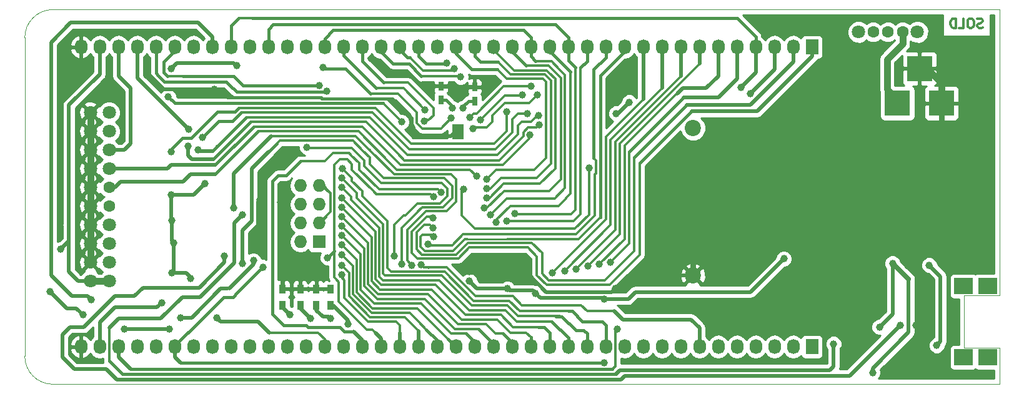
<source format=gbl>
G04 #@! TF.FileFunction,Copper,L2,Bot,Signal*
%FSLAX46Y46*%
G04 Gerber Fmt 4.6, Leading zero omitted, Abs format (unit mm)*
G04 Created by KiCad (PCBNEW 4.0.1-stable) date 9/28/2017 1:44:01 PM*
%MOMM*%
G01*
G04 APERTURE LIST*
%ADD10C,0.150000*%
%ADD11C,0.300000*%
%ADD12C,0.100000*%
%ADD13R,1.727200X1.727200*%
%ADD14O,1.727200X1.727200*%
%ADD15R,2.500000X2.200000*%
%ADD16C,1.000760*%
%ADD17R,1.600000X2.000000*%
%ADD18C,2.200000*%
%ADD19R,0.750000X1.200000*%
%ADD20R,3.500120X3.500120*%
%ADD21R,1.727200X2.032000*%
%ADD22O,1.727200X2.032000*%
%ADD23C,1.800000*%
%ADD24C,1.600000*%
%ADD25R,0.900000X1.200000*%
%ADD26C,1.000000*%
%ADD27C,0.508000*%
%ADD28C,0.304800*%
%ADD29C,0.381000*%
%ADD30C,0.889000*%
%ADD31C,0.635000*%
%ADD32C,0.254000*%
%ADD33C,0.762000*%
G04 APERTURE END LIST*
D10*
D11*
X218712142Y-83699048D02*
X218530714Y-83759524D01*
X218228333Y-83759524D01*
X218107380Y-83699048D01*
X218046904Y-83638571D01*
X217986428Y-83517619D01*
X217986428Y-83396667D01*
X218046904Y-83275714D01*
X218107380Y-83215238D01*
X218228333Y-83154762D01*
X218470237Y-83094286D01*
X218591190Y-83033810D01*
X218651666Y-82973333D01*
X218712142Y-82852381D01*
X218712142Y-82731429D01*
X218651666Y-82610476D01*
X218591190Y-82550000D01*
X218470237Y-82489524D01*
X218167857Y-82489524D01*
X217986428Y-82550000D01*
X217200237Y-82489524D02*
X216958333Y-82489524D01*
X216837380Y-82550000D01*
X216716428Y-82670952D01*
X216655952Y-82912857D01*
X216655952Y-83336190D01*
X216716428Y-83578095D01*
X216837380Y-83699048D01*
X216958333Y-83759524D01*
X217200237Y-83759524D01*
X217321190Y-83699048D01*
X217442142Y-83578095D01*
X217502618Y-83336190D01*
X217502618Y-82912857D01*
X217442142Y-82670952D01*
X217321190Y-82550000D01*
X217200237Y-82489524D01*
X215506904Y-83759524D02*
X216111666Y-83759524D01*
X216111666Y-82489524D01*
X215083571Y-83759524D02*
X215083571Y-82489524D01*
X214781190Y-82489524D01*
X214599762Y-82550000D01*
X214478809Y-82670952D01*
X214418333Y-82791905D01*
X214357857Y-83033810D01*
X214357857Y-83215238D01*
X214418333Y-83457143D01*
X214478809Y-83578095D01*
X214599762Y-83699048D01*
X214781190Y-83759524D01*
X215083571Y-83759524D01*
D12*
X220980000Y-120015000D02*
X220980000Y-81280000D01*
X220980000Y-132080000D02*
X220980000Y-127127000D01*
X216154000Y-127127000D02*
X220980000Y-127127000D01*
X216154000Y-120015000D02*
X216154000Y-127127000D01*
X220980000Y-120015000D02*
X216154000Y-120015000D01*
X92710000Y-81280000D02*
X218440000Y-81280000D01*
X92710000Y-132080000D02*
X220980000Y-132080000D01*
X88900000Y-85090000D02*
X88900000Y-128270000D01*
X88900000Y-128270000D02*
G75*
G03X92710000Y-132080000I3810000J0D01*
G01*
X92710000Y-81280000D02*
G75*
G03X88900000Y-85090000I0J-3810000D01*
G01*
X218440000Y-81280000D02*
X220980000Y-81280000D01*
D13*
X128778000Y-112776000D03*
D14*
X126238000Y-112776000D03*
X128778000Y-110236000D03*
X126238000Y-110236000D03*
X128778000Y-107696000D03*
X126238000Y-107696000D03*
X128778000Y-105156000D03*
X126238000Y-105156000D03*
D15*
X216100000Y-128425000D03*
X219400000Y-128425000D03*
X216100000Y-118775000D03*
X219400000Y-118775000D03*
D16*
X146824700Y-94615000D03*
X148323300Y-94615000D03*
D17*
X147574000Y-97865000D03*
D18*
X179451000Y-97348040D03*
X179451000Y-117348000D03*
D19*
X149860000Y-93660000D03*
X149860000Y-91760000D03*
X145288000Y-93533000D03*
X145288000Y-91633000D03*
D20*
X207159860Y-93980000D03*
X213159340Y-93980000D03*
X210159600Y-89281000D03*
D21*
X195580000Y-86360000D03*
D22*
X193040000Y-86360000D03*
X190500000Y-86360000D03*
X187960000Y-86360000D03*
X185420000Y-86360000D03*
X182880000Y-86360000D03*
X180340000Y-86360000D03*
X177800000Y-86360000D03*
X175260000Y-86360000D03*
X172720000Y-86360000D03*
X170180000Y-86360000D03*
X167640000Y-86360000D03*
X165100000Y-86360000D03*
X162560000Y-86360000D03*
X160020000Y-86360000D03*
X157480000Y-86360000D03*
X154940000Y-86360000D03*
X152400000Y-86360000D03*
X149860000Y-86360000D03*
X147320000Y-86360000D03*
X144780000Y-86360000D03*
X142240000Y-86360000D03*
X139700000Y-86360000D03*
X137160000Y-86360000D03*
X134620000Y-86360000D03*
X132080000Y-86360000D03*
X129540000Y-86360000D03*
X127000000Y-86360000D03*
X124460000Y-86360000D03*
X121920000Y-86360000D03*
X119380000Y-86360000D03*
X116840000Y-86360000D03*
X114300000Y-86360000D03*
X111760000Y-86360000D03*
X109220000Y-86360000D03*
X106680000Y-86360000D03*
X104140000Y-86360000D03*
X101600000Y-86360000D03*
X99060000Y-86360000D03*
X96520000Y-86360000D03*
D23*
X100330000Y-118110000D03*
X97790000Y-118110000D03*
X100330000Y-115570000D03*
X97790000Y-115570000D03*
X100330000Y-113030000D03*
X97790000Y-113030000D03*
X100330000Y-110490000D03*
X97790000Y-110490000D03*
D24*
X100330000Y-107950000D03*
D23*
X97790000Y-107950000D03*
D24*
X100330000Y-105410000D03*
D23*
X97790000Y-105410000D03*
X100330000Y-102870000D03*
X97790000Y-102870000D03*
X100330000Y-100330000D03*
X97790000Y-100330000D03*
X100330000Y-97790000D03*
X97790000Y-97790000D03*
X100330000Y-95250000D03*
X97790000Y-95250000D03*
D21*
X195580000Y-127000000D03*
D22*
X193040000Y-127000000D03*
X190500000Y-127000000D03*
X187960000Y-127000000D03*
X185420000Y-127000000D03*
X182880000Y-127000000D03*
X180340000Y-127000000D03*
X177800000Y-127000000D03*
X175260000Y-127000000D03*
X172720000Y-127000000D03*
X170180000Y-127000000D03*
X167640000Y-127000000D03*
X165100000Y-127000000D03*
X162560000Y-127000000D03*
X160020000Y-127000000D03*
X157480000Y-127000000D03*
X154940000Y-127000000D03*
X152400000Y-127000000D03*
X149860000Y-127000000D03*
X147320000Y-127000000D03*
X144780000Y-127000000D03*
X142240000Y-127000000D03*
X139700000Y-127000000D03*
X137160000Y-127000000D03*
X134620000Y-127000000D03*
X132080000Y-127000000D03*
X129540000Y-127000000D03*
X127000000Y-127000000D03*
X124460000Y-127000000D03*
X121920000Y-127000000D03*
X119380000Y-127000000D03*
X116840000Y-127000000D03*
X114300000Y-127000000D03*
X111760000Y-127000000D03*
X109220000Y-127000000D03*
X106680000Y-127000000D03*
X104140000Y-127000000D03*
X101600000Y-127000000D03*
X99060000Y-127000000D03*
X96520000Y-127000000D03*
D25*
X130302000Y-121369000D03*
X130302000Y-119169000D03*
X128397000Y-121369000D03*
X128397000Y-119169000D03*
X126238000Y-121369000D03*
X126238000Y-119169000D03*
X123825000Y-121369000D03*
X123825000Y-119169000D03*
D24*
X207867000Y-84328000D03*
X205867000Y-84328000D03*
X203867000Y-84328000D03*
D23*
X201867000Y-84328000D03*
X209867000Y-84328000D03*
D26*
X203800000Y-130500000D03*
X204724000Y-124333000D03*
X109093000Y-112903000D03*
X111379000Y-117729000D03*
X113284000Y-104902000D03*
X170815000Y-93853000D03*
X108712000Y-89281000D03*
X117602000Y-88900000D03*
X139954000Y-96520000D03*
X108331000Y-93091000D03*
X169037000Y-95377000D03*
X191770000Y-115062000D03*
X167386000Y-120523000D03*
X149161500Y-118110000D03*
X154305000Y-119126000D03*
X158115000Y-119761000D03*
X108712000Y-106426000D03*
X108839000Y-109855000D03*
X108839000Y-116967000D03*
X206502000Y-115697000D03*
X93726000Y-113792000D03*
X212471000Y-126809500D03*
X109982000Y-123063000D03*
X107442000Y-121031000D03*
X119888000Y-115316000D03*
X211455000Y-115951000D03*
X150114000Y-103886000D03*
X185928000Y-91821000D03*
X92329000Y-119507000D03*
X96774000Y-122682000D03*
X102362000Y-124587000D03*
X108458000Y-124587000D03*
X114935000Y-123063000D03*
X143129000Y-94869000D03*
X151511000Y-106807000D03*
X143573500Y-113093500D03*
X144208500Y-110871000D03*
X143002000Y-96393000D03*
X151130000Y-108204000D03*
X144272000Y-112077500D03*
X144208500Y-109537500D03*
X154178000Y-95123000D03*
X108712000Y-100584000D03*
X157353000Y-98298000D03*
X158623000Y-96901000D03*
X110998000Y-99822000D03*
X158496000Y-95631000D03*
X112395000Y-100330000D03*
X187198000Y-92710000D03*
X97917000Y-120650000D03*
X121158000Y-116205000D03*
X167386000Y-129159000D03*
X129921000Y-114935000D03*
X144272000Y-106680000D03*
X117221000Y-108204000D03*
X141351000Y-115951000D03*
X146685000Y-96012000D03*
X129286000Y-89154000D03*
X156972000Y-95377000D03*
X113000000Y-98600000D03*
X120523000Y-111379000D03*
X120777000Y-107061000D03*
X209677000Y-124079000D03*
X210566000Y-118808500D03*
X123571000Y-107442000D03*
X136906000Y-88773000D03*
X141351000Y-97282000D03*
X169164000Y-93472000D03*
X168910000Y-90043000D03*
X204724000Y-100711000D03*
X196469000Y-94361000D03*
X189103000Y-97409000D03*
X193040000Y-93091000D03*
X168910000Y-119126000D03*
X156908500Y-117094000D03*
X149098000Y-116840000D03*
X105537000Y-89916000D03*
X114554000Y-92075000D03*
X129794000Y-92329000D03*
X128778000Y-91567000D03*
X127127000Y-99949000D03*
X111125000Y-97536000D03*
X138938000Y-114681000D03*
X118364000Y-115697000D03*
X139954000Y-115824000D03*
X165354000Y-102743000D03*
X148336000Y-105664000D03*
X150622000Y-96266000D03*
X156337000Y-92837000D03*
X157480000Y-91694000D03*
X149225000Y-95885000D03*
X149606000Y-97409000D03*
X158369000Y-92837000D03*
X132715000Y-123952000D03*
X130302000Y-123190000D03*
X127635000Y-123190000D03*
X124841000Y-122682000D03*
X168275000Y-115570000D03*
X166751000Y-115824000D03*
X151511000Y-105537000D03*
X151511000Y-104267000D03*
X146050000Y-88519000D03*
X147066000Y-89281000D03*
X147955000Y-90424000D03*
X142621000Y-115887500D03*
X131953000Y-102870000D03*
X131826000Y-104140000D03*
X131826000Y-105410000D03*
X131826000Y-106807000D03*
X131826000Y-108077000D03*
X131826000Y-109347000D03*
X131826000Y-110617000D03*
X131826000Y-111887000D03*
X131826000Y-113157000D03*
X131826000Y-114554000D03*
X131826000Y-115951000D03*
X131826000Y-117221000D03*
X145288000Y-106045000D03*
X169164000Y-124587000D03*
X207518000Y-124079000D03*
X115951000Y-114681000D03*
X118364000Y-109093000D03*
X198501000Y-126619000D03*
X165227000Y-116078000D03*
X163576000Y-116459000D03*
X162052000Y-116713000D03*
X160401000Y-116967000D03*
X154178000Y-109982000D03*
X155321000Y-108966000D03*
X152781000Y-110109000D03*
X152019000Y-109093000D03*
D27*
X208661000Y-125039000D02*
X203800000Y-129900000D01*
X203800000Y-129900000D02*
X203800000Y-130500000D01*
X208661000Y-124000000D02*
X208661000Y-125039000D01*
X206502000Y-122555000D02*
X206502000Y-115697000D01*
X204724000Y-124333000D02*
X206502000Y-122555000D01*
X111379000Y-117729000D02*
X111379000Y-117602000D01*
X110744000Y-116967000D02*
X108839000Y-116967000D01*
X111379000Y-117602000D02*
X110744000Y-116967000D01*
X109093000Y-112903000D02*
X109093000Y-116713000D01*
X109093000Y-116713000D02*
X108839000Y-116967000D01*
X108839000Y-109855000D02*
X108839000Y-112649000D01*
X108839000Y-112649000D02*
X109093000Y-112903000D01*
X108712000Y-106426000D02*
X108712000Y-109728000D01*
X108712000Y-109728000D02*
X108839000Y-109855000D01*
X113284000Y-104902000D02*
X111760000Y-106426000D01*
X111760000Y-106426000D02*
X108712000Y-106426000D01*
D28*
X111760000Y-106426000D02*
X108712000Y-106426000D01*
X169037000Y-95377000D02*
X169291000Y-95377000D01*
D27*
X169291000Y-95377000D02*
X170815000Y-93853000D01*
X111633000Y-88519000D02*
X109474000Y-88519000D01*
X109474000Y-88519000D02*
X108712000Y-89281000D01*
X117221000Y-88519000D02*
X111633000Y-88519000D01*
D28*
X111633000Y-88519000D02*
X111252000Y-88519000D01*
D27*
X117602000Y-88900000D02*
X117221000Y-88519000D01*
D28*
X139954000Y-96520000D02*
X137414000Y-93980000D01*
D29*
X137414000Y-93980000D02*
X109220000Y-93980000D01*
X109220000Y-93980000D02*
X108331000Y-93091000D01*
D27*
X169164000Y-95377000D02*
X169037000Y-95377000D01*
X171640500Y-119570500D02*
X187261500Y-119570500D01*
X187261500Y-119570500D02*
X191770000Y-115062000D01*
X167386000Y-120523000D02*
X170688000Y-120523000D01*
X170688000Y-120523000D02*
X171640500Y-119570500D01*
X167259000Y-120396000D02*
X158750000Y-120396000D01*
X158750000Y-120396000D02*
X158115000Y-119761000D01*
D28*
X167386000Y-120523000D02*
X167259000Y-120396000D01*
D27*
X150177500Y-119126000D02*
X154305000Y-119126000D01*
X149161500Y-118110000D02*
X150177500Y-119126000D01*
D28*
X154305000Y-119126000D02*
X154559000Y-119380000D01*
D27*
X157734000Y-119380000D02*
X158115000Y-119761000D01*
X154559000Y-119380000D02*
X157734000Y-119380000D01*
D29*
X108839000Y-116967000D02*
X109093000Y-116713000D01*
D27*
X94869000Y-94234000D02*
X99060000Y-90043000D01*
X99060000Y-90043000D02*
X99060000Y-86360000D01*
X94869000Y-110490000D02*
X94869000Y-94234000D01*
X94869000Y-116840000D02*
X94869000Y-110490000D01*
X97790000Y-118110000D02*
X96139000Y-118110000D01*
X96139000Y-118110000D02*
X94869000Y-116840000D01*
D30*
X97790000Y-118110000D02*
X100330000Y-118110000D01*
D31*
X206502000Y-115697000D02*
X208661000Y-117856000D01*
D27*
X208661000Y-117856000D02*
X208661000Y-124000000D01*
X93726000Y-113792000D02*
X94869000Y-112649000D01*
D28*
X94869000Y-112649000D02*
X94869000Y-110617000D01*
X94869000Y-110617000D02*
X94742000Y-110490000D01*
X94742000Y-110490000D02*
X94869000Y-110490000D01*
D27*
X212979000Y-126301500D02*
X212979000Y-117792500D01*
X212471000Y-126809500D02*
X212979000Y-126301500D01*
X119888000Y-115316000D02*
X119888000Y-115824000D01*
X119888000Y-115824000D02*
X119253000Y-116459000D01*
X101092000Y-121666000D02*
X106807000Y-121666000D01*
X101092000Y-121666000D02*
X99060000Y-123698000D01*
X99060000Y-127000000D02*
X99060000Y-123698000D01*
X109982000Y-123063000D02*
X111506000Y-123063000D01*
X111506000Y-123063000D02*
X115443000Y-119126000D01*
X115443000Y-119126000D02*
X116332000Y-119126000D01*
X106807000Y-121666000D02*
X107442000Y-121031000D01*
D28*
X116586000Y-119126000D02*
X116332000Y-119126000D01*
D27*
X119253000Y-116459000D02*
X116586000Y-119126000D01*
D28*
X116332000Y-119126000D02*
X115951000Y-119126000D01*
X115951000Y-119126000D02*
X115824000Y-119126000D01*
D27*
X212979000Y-117475000D02*
X211455000Y-115951000D01*
X212979000Y-117792500D02*
X212979000Y-117475000D01*
X100330000Y-105410000D02*
X101092000Y-105410000D01*
D29*
X120523000Y-97790000D02*
X116713000Y-101600000D01*
D28*
X130683000Y-97790000D02*
X120523000Y-97790000D01*
X138557000Y-102235000D02*
X134112000Y-97790000D01*
X134112000Y-97790000D02*
X130683000Y-97790000D01*
X149225000Y-102997000D02*
X139319000Y-102997000D01*
X139319000Y-102997000D02*
X138557000Y-102235000D01*
X150114000Y-103886000D02*
X149225000Y-102997000D01*
D27*
X114681000Y-103632000D02*
X111379000Y-103632000D01*
D29*
X116713000Y-101600000D02*
X114681000Y-103632000D01*
D27*
X110363000Y-104648000D02*
X111379000Y-103632000D01*
X101854000Y-104648000D02*
X110363000Y-104648000D01*
X101092000Y-105410000D02*
X101854000Y-104648000D01*
X187960000Y-89789000D02*
X187960000Y-86360000D01*
X185928000Y-91821000D02*
X187960000Y-89789000D01*
D29*
X187960000Y-84963000D02*
X185420000Y-82423000D01*
D28*
X119761000Y-82423000D02*
X119634000Y-82423000D01*
D29*
X185420000Y-82423000D02*
X119761000Y-82423000D01*
X187960000Y-86360000D02*
X187960000Y-84963000D01*
X117856000Y-82423000D02*
X116840000Y-83439000D01*
X116840000Y-83439000D02*
X116840000Y-86360000D01*
D28*
X119761000Y-82423000D02*
X117856000Y-82423000D01*
D27*
X108458000Y-124587000D02*
X102362000Y-124587000D01*
X94615000Y-121793000D02*
X92329000Y-119507000D01*
X95885000Y-121793000D02*
X94615000Y-121793000D01*
X96774000Y-122682000D02*
X95885000Y-121793000D01*
X120523000Y-123571000D02*
X115443000Y-123571000D01*
D28*
X128651000Y-125095000D02*
X122047000Y-125095000D01*
D27*
X122047000Y-125095000D02*
X120523000Y-123571000D01*
D28*
X129540000Y-125984000D02*
X128651000Y-125095000D01*
X108458000Y-124587000D02*
X108331000Y-124714000D01*
D27*
X115443000Y-123571000D02*
X114935000Y-123063000D01*
D28*
X129540000Y-127000000D02*
X129540000Y-125984000D01*
D29*
X132080000Y-86360000D02*
X132080000Y-87503000D01*
X132080000Y-87503000D02*
X133223000Y-88646000D01*
D28*
X143129000Y-94869000D02*
X140208000Y-91948000D01*
X140208000Y-91948000D02*
X136525000Y-91948000D01*
D29*
X136525000Y-91948000D02*
X133223000Y-88646000D01*
D28*
X133223000Y-88646000D02*
X132080000Y-87503000D01*
D32*
X152400000Y-86741000D02*
X152400000Y-86360000D01*
D28*
X159956500Y-89852500D02*
X159639000Y-89535000D01*
X159639000Y-89535000D02*
X155194000Y-89535000D01*
X155194000Y-89535000D02*
X152400000Y-86741000D01*
X151892000Y-106807000D02*
X153797000Y-104902000D01*
X153797000Y-104902000D02*
X158686500Y-104902000D01*
X158686500Y-104902000D02*
X160782000Y-102806500D01*
X160782000Y-102806500D02*
X160782000Y-90678000D01*
X160782000Y-90678000D02*
X159956500Y-89852500D01*
X151511000Y-106807000D02*
X151892000Y-106807000D01*
X148272500Y-111760000D02*
X148971000Y-111760000D01*
X146812000Y-113220500D02*
X148272500Y-111760000D01*
X143700500Y-113220500D02*
X146812000Y-113220500D01*
X143573500Y-113093500D02*
X143700500Y-113220500D01*
X161290000Y-111760000D02*
X163576000Y-111760000D01*
X163576000Y-111760000D02*
X165798500Y-109537500D01*
X153670000Y-111760000D02*
X161290000Y-111760000D01*
X148971000Y-111760000D02*
X153670000Y-111760000D01*
X153670000Y-111760000D02*
X154305000Y-111760000D01*
D32*
X167640000Y-86995000D02*
X167640000Y-86360000D01*
D28*
X166179500Y-109156500D02*
X166179500Y-103632000D01*
X166179500Y-103632000D02*
X166306500Y-103505000D01*
X166306500Y-103505000D02*
X166306500Y-101727000D01*
X166306500Y-101727000D02*
X165989000Y-101409500D01*
D29*
X165989000Y-101409500D02*
X165989000Y-89408000D01*
X165989000Y-89408000D02*
X167640000Y-87757000D01*
X167640000Y-87757000D02*
X167640000Y-86360000D01*
D28*
X165798500Y-109537500D02*
X166179500Y-109156500D01*
D27*
X178562000Y-94234000D02*
X187198000Y-94234000D01*
X187198000Y-94234000D02*
X191262000Y-90170000D01*
D28*
X142494000Y-110998000D02*
X141986000Y-111506000D01*
X141986000Y-111506000D02*
X141986000Y-112141000D01*
X141986000Y-112141000D02*
X141986000Y-113792000D01*
X141986000Y-113792000D02*
X142684500Y-114490500D01*
X142684500Y-114490500D02*
X147383500Y-114490500D01*
X159004000Y-116268500D02*
X159004000Y-117094000D01*
X159004000Y-117094000D02*
X159893000Y-117983000D01*
X147383500Y-114490500D02*
X148971000Y-112903000D01*
X148971000Y-112903000D02*
X157607000Y-112903000D01*
X157607000Y-112903000D02*
X159004000Y-114300000D01*
X159004000Y-114300000D02*
X159004000Y-116268500D01*
X159893000Y-117983000D02*
X167513000Y-117983000D01*
X167513000Y-117983000D02*
X171450000Y-114046000D01*
X171450000Y-114046000D02*
X171450000Y-101346000D01*
D29*
X171450000Y-101346000D02*
X178562000Y-94234000D01*
D27*
X191262000Y-90170000D02*
X193040000Y-88392000D01*
X193040000Y-88392000D02*
X193040000Y-86360000D01*
D28*
X143065500Y-110426500D02*
X142494000Y-110998000D01*
X143764000Y-110426500D02*
X143065500Y-110426500D01*
X144208500Y-110871000D02*
X143764000Y-110426500D01*
X139446000Y-91186000D02*
X140843000Y-91186000D01*
X140843000Y-91186000D02*
X144272000Y-94615000D01*
D29*
X134620000Y-88265000D02*
X134620000Y-86360000D01*
X137541000Y-91186000D02*
X134620000Y-88265000D01*
D28*
X139446000Y-91186000D02*
X137541000Y-91186000D01*
X143002000Y-96393000D02*
X143129000Y-96266000D01*
X143129000Y-96266000D02*
X143637000Y-96266000D01*
X143637000Y-96266000D02*
X144272000Y-95631000D01*
X144272000Y-95631000D02*
X144272000Y-94615000D01*
D29*
X156845000Y-88900000D02*
X154940000Y-86995000D01*
D28*
X159893000Y-88900000D02*
X156845000Y-88900000D01*
X160147000Y-89154000D02*
X159893000Y-88900000D01*
D32*
X154940000Y-86995000D02*
X154940000Y-86360000D01*
D28*
X151511000Y-108204000D02*
X153860500Y-105854500D01*
X153860500Y-105854500D02*
X159956500Y-105854500D01*
X159956500Y-105854500D02*
X161544000Y-104267000D01*
X161544000Y-104267000D02*
X161544000Y-90551000D01*
X161544000Y-90551000D02*
X160147000Y-89154000D01*
X151130000Y-108204000D02*
X151511000Y-108204000D01*
X144589500Y-113995199D02*
X146926301Y-113995199D01*
X148526500Y-112395000D02*
X148907500Y-112395000D01*
X146926301Y-113995199D02*
X148526500Y-112395000D01*
X142557500Y-112585500D02*
X142557500Y-113411000D01*
X142557500Y-113411000D02*
X143141699Y-113995199D01*
X143141699Y-113995199D02*
X144589500Y-113995199D01*
X144589500Y-113995199D02*
X144830801Y-113995199D01*
X142557500Y-112077500D02*
X142557500Y-112585500D01*
X142811500Y-111823500D02*
X142557500Y-112077500D01*
X144018000Y-111823500D02*
X142811500Y-111823500D01*
X144272000Y-112077500D02*
X144018000Y-111823500D01*
X162306000Y-112395000D02*
X163957000Y-112395000D01*
D32*
X148907500Y-112395000D02*
X154305000Y-112395000D01*
D28*
X154305000Y-112395000D02*
X162306000Y-112395000D01*
X163957000Y-112395000D02*
X166878000Y-109474000D01*
D29*
X166878000Y-109474000D02*
X166878000Y-98869500D01*
D32*
X170180000Y-86360000D02*
X170180000Y-86360000D01*
D28*
X170180000Y-86931500D02*
X170180000Y-86360000D01*
D29*
X166878000Y-90233500D02*
X170180000Y-86931500D01*
X166878000Y-98869500D02*
X166878000Y-90233500D01*
D27*
X179260500Y-95059500D02*
X188150500Y-95059500D01*
X188150500Y-95059500D02*
X192405000Y-90805000D01*
D28*
X149161500Y-113538000D02*
X149479000Y-113538000D01*
X147701000Y-114998500D02*
X149161500Y-113538000D01*
X142875000Y-114998500D02*
X147701000Y-114998500D01*
X142303500Y-110426500D02*
X141351000Y-111379000D01*
X142811500Y-109918500D02*
X142303500Y-110426500D01*
X141351000Y-111379000D02*
X141351000Y-112903000D01*
X143383000Y-109347000D02*
X142811500Y-109918500D01*
X144018000Y-109347000D02*
X143383000Y-109347000D01*
X144208500Y-109537500D02*
X144018000Y-109347000D01*
X141351000Y-112903000D02*
X141351000Y-114236500D01*
D27*
X192405000Y-90805000D02*
X195580000Y-87630000D01*
D29*
X172212000Y-102108000D02*
X179260500Y-95059500D01*
D28*
X172212000Y-114554000D02*
X172212000Y-102108000D01*
X168148000Y-118618000D02*
X172212000Y-114554000D01*
X159639000Y-118618000D02*
X168148000Y-118618000D01*
X158305500Y-117284500D02*
X159639000Y-118618000D01*
X158305500Y-114744500D02*
X158305500Y-117284500D01*
X157099000Y-113538000D02*
X158305500Y-114744500D01*
X149479000Y-113538000D02*
X157099000Y-113538000D01*
D27*
X195580000Y-87630000D02*
X195580000Y-86360000D01*
D28*
X141351000Y-112903000D02*
X141351000Y-112966500D01*
X142113000Y-114998500D02*
X141351000Y-114236500D01*
X142875000Y-114998500D02*
X142113000Y-114998500D01*
X154178000Y-95123000D02*
X154178000Y-97790000D01*
X154178000Y-97790000D02*
X152527000Y-99441000D01*
X152527000Y-99441000D02*
X141224000Y-99441000D01*
X141224000Y-99441000D02*
X136398000Y-94615000D01*
X136398000Y-94615000D02*
X117856000Y-94615000D01*
D29*
X110236000Y-98679000D02*
X108712000Y-100203000D01*
D28*
X108712000Y-100203000D02*
X108712000Y-100584000D01*
X120650000Y-94615000D02*
X117856000Y-94615000D01*
X108712000Y-100203000D02*
X108712000Y-100584000D01*
X110236000Y-98679000D02*
X108712000Y-100203000D01*
X151257000Y-99441000D02*
X151257000Y-99441000D01*
X151257000Y-99441000D02*
X141224000Y-99441000D01*
X141224000Y-99441000D02*
X136398000Y-94615000D01*
X136398000Y-94615000D02*
X120650000Y-94615000D01*
D29*
X111421000Y-98679000D02*
X112800000Y-97300000D01*
X111200000Y-98679000D02*
X111421000Y-98679000D01*
X111200000Y-98679000D02*
X110236000Y-98679000D01*
X115000000Y-95100000D02*
X117371000Y-95100000D01*
X117371000Y-95100000D02*
X117856000Y-94615000D01*
X112800000Y-97300000D02*
X115000000Y-95100000D01*
D27*
X114681000Y-102362000D02*
X108712000Y-102362000D01*
X108712000Y-102362000D02*
X108204000Y-102870000D01*
D28*
X131318000Y-97155000D02*
X119888000Y-97155000D01*
D29*
X119888000Y-97155000D02*
X114681000Y-102362000D01*
D27*
X108204000Y-102870000D02*
X100330000Y-102870000D01*
D28*
X138938000Y-101473000D02*
X134620000Y-97155000D01*
X134620000Y-97155000D02*
X131318000Y-97155000D01*
X139827000Y-102362000D02*
X138938000Y-101473000D01*
X153162000Y-102362000D02*
X139827000Y-102362000D01*
X157353000Y-98298000D02*
X157226000Y-98425000D01*
X157226000Y-98425000D02*
X157226000Y-98806000D01*
X157226000Y-98806000D02*
X153670000Y-102362000D01*
X153670000Y-102362000D02*
X153162000Y-102362000D01*
X158623000Y-96901000D02*
X158242000Y-97282000D01*
X158242000Y-97282000D02*
X157099000Y-97282000D01*
X153162000Y-101727000D02*
X152527000Y-101727000D01*
X156464000Y-98425000D02*
X153162000Y-101727000D01*
X156464000Y-97917000D02*
X156464000Y-98425000D01*
X157099000Y-97282000D02*
X156464000Y-97917000D01*
X152908000Y-101727000D02*
X152527000Y-101727000D01*
X158623000Y-96901000D02*
X158242000Y-97282000D01*
X121158000Y-96520000D02*
X119507000Y-96520000D01*
D27*
X110998000Y-101092000D02*
X110998000Y-99822000D01*
X111506000Y-101600000D02*
X110998000Y-101092000D01*
X114427000Y-101600000D02*
X111506000Y-101600000D01*
D29*
X119507000Y-96520000D02*
X114427000Y-101600000D01*
D28*
X152527000Y-101727000D02*
X140335000Y-101727000D01*
X140335000Y-101727000D02*
X139446000Y-100838000D01*
X135128000Y-96520000D02*
X131826000Y-96520000D01*
X139446000Y-100838000D02*
X135128000Y-96520000D01*
X131826000Y-96520000D02*
X121158000Y-96520000D01*
X158496000Y-95631000D02*
X158369000Y-95631000D01*
X155702000Y-98171000D02*
X152908000Y-100965000D01*
X155702000Y-97028000D02*
X155702000Y-98171000D01*
X156210000Y-96520000D02*
X155702000Y-97028000D01*
X157480000Y-96520000D02*
X156210000Y-96520000D01*
X158369000Y-95631000D02*
X157480000Y-96520000D01*
D29*
X114998500Y-99758500D02*
X114300000Y-100457000D01*
D27*
X112522000Y-100457000D02*
X112395000Y-100330000D01*
X114300000Y-100457000D02*
X112522000Y-100457000D01*
D28*
X152146000Y-100965000D02*
X140716000Y-100965000D01*
X152908000Y-100965000D02*
X152146000Y-100965000D01*
X140335000Y-100584000D02*
X135636000Y-95885000D01*
X135636000Y-95885000D02*
X132207000Y-95885000D01*
X140716000Y-100965000D02*
X140335000Y-100584000D01*
X132461000Y-95885000D02*
X132207000Y-95885000D01*
X132207000Y-95885000D02*
X118872000Y-95885000D01*
D29*
X118872000Y-95885000D02*
X114998500Y-99758500D01*
D28*
X114998500Y-99758500D02*
X114935000Y-99822000D01*
D27*
X190500000Y-89408000D02*
X190500000Y-86360000D01*
X187198000Y-92710000D02*
X190500000Y-89408000D01*
X114300000Y-84963000D02*
X114300000Y-86360000D01*
X112395000Y-83058000D02*
X114300000Y-84963000D01*
X95123000Y-83058000D02*
X112395000Y-83058000D01*
X92456000Y-85725000D02*
X95123000Y-83058000D01*
X92456000Y-117348000D02*
X92456000Y-85725000D01*
X95250000Y-120142000D02*
X92456000Y-117348000D01*
X97409000Y-120142000D02*
X95250000Y-120142000D01*
X97917000Y-120650000D02*
X97409000Y-120142000D01*
D29*
X112776000Y-123317000D02*
X115824000Y-120269000D01*
X117094000Y-120269000D02*
X117729000Y-119634000D01*
X115824000Y-120269000D02*
X117094000Y-120269000D01*
X112776000Y-123317000D02*
X109283500Y-126809500D01*
X120523000Y-116840000D02*
X117729000Y-119634000D01*
D28*
X120523000Y-116840000D02*
X120523000Y-116840000D01*
D29*
X121158000Y-116205000D02*
X120523000Y-116840000D01*
D28*
X109220000Y-126746000D02*
X109220000Y-127000000D01*
D29*
X164338000Y-129159000D02*
X109982000Y-129159000D01*
X167386000Y-129159000D02*
X164338000Y-129159000D01*
D27*
X109220000Y-128397000D02*
X109220000Y-127000000D01*
X109982000Y-129159000D02*
X109220000Y-128397000D01*
D29*
X130810000Y-114046000D02*
X129921000Y-114935000D01*
D28*
X130810000Y-113538000D02*
X130810000Y-114046000D01*
X143002000Y-106299000D02*
X142367000Y-106299000D01*
X142367000Y-106299000D02*
X136525000Y-106299000D01*
X143891000Y-106299000D02*
X143002000Y-106299000D01*
X144272000Y-106680000D02*
X143891000Y-106299000D01*
X132334000Y-101600000D02*
X131572000Y-101600000D01*
X131572000Y-101600000D02*
X130810000Y-102362000D01*
X130810000Y-102362000D02*
X130810000Y-113538000D01*
X130810000Y-113538000D02*
X130810000Y-114681000D01*
X130810000Y-117602000D02*
X131064000Y-117856000D01*
X131064000Y-117856000D02*
X131445000Y-118237000D01*
X131445000Y-118237000D02*
X131445000Y-120904000D01*
X131445000Y-120904000D02*
X135255000Y-124714000D01*
X135255000Y-124714000D02*
X136017000Y-124714000D01*
X136398000Y-125095000D02*
X137160000Y-125857000D01*
X136017000Y-124714000D02*
X136398000Y-125095000D01*
X130810000Y-114681000D02*
X130810000Y-117602000D01*
X133223000Y-102616000D02*
X133223000Y-102235000D01*
X132588000Y-101600000D02*
X132334000Y-101600000D01*
X133223000Y-102235000D02*
X132588000Y-101600000D01*
X136525000Y-106299000D02*
X136144000Y-105918000D01*
X133223000Y-102997000D02*
X133223000Y-102616000D01*
X136525000Y-106299000D02*
X136144000Y-105918000D01*
X136144000Y-105918000D02*
X133223000Y-102997000D01*
D27*
X137160000Y-125857000D02*
X136398000Y-125095000D01*
X137160000Y-127000000D02*
X137160000Y-125857000D01*
D28*
X123317000Y-98425000D02*
X122301000Y-98425000D01*
D27*
X117221000Y-103505000D02*
X117221000Y-108204000D01*
X122301000Y-98425000D02*
X117221000Y-103505000D01*
D28*
X135763000Y-100457000D02*
X134493000Y-99187000D01*
X133731000Y-98425000D02*
X123317000Y-98425000D01*
X134493000Y-99187000D02*
X133731000Y-98425000D01*
X138938000Y-103632000D02*
X135763000Y-100457000D01*
X135763000Y-100457000D02*
X135636000Y-100330000D01*
X146685000Y-103632000D02*
X138938000Y-103632000D01*
X147320000Y-104267000D02*
X146685000Y-103632000D01*
X147320000Y-107315000D02*
X147320000Y-104267000D01*
X146050000Y-108585000D02*
X147320000Y-107315000D01*
X143256000Y-108585000D02*
X146050000Y-108585000D01*
X140716000Y-111125000D02*
X143256000Y-108585000D01*
X140716000Y-115316000D02*
X140716000Y-111125000D01*
X141351000Y-115951000D02*
X140716000Y-115316000D01*
D27*
X100330000Y-100330000D02*
X102362000Y-100330000D01*
X102362000Y-100330000D02*
X103251000Y-99441000D01*
X103251000Y-99441000D02*
X103251000Y-91948000D01*
X103251000Y-91948000D02*
X101600000Y-90297000D01*
X101600000Y-90297000D02*
X101600000Y-86360000D01*
D28*
X141986000Y-95250000D02*
X139446000Y-92710000D01*
D29*
X135763000Y-92710000D02*
X132969000Y-89916000D01*
D28*
X137795000Y-92710000D02*
X135763000Y-92710000D01*
X142748000Y-97409000D02*
X141986000Y-96647000D01*
X145288000Y-97409000D02*
X142748000Y-97409000D01*
X146685000Y-96012000D02*
X145288000Y-97409000D01*
X141986000Y-96647000D02*
X141986000Y-95250000D01*
X139446000Y-92710000D02*
X137795000Y-92710000D01*
X132969000Y-89916000D02*
X132715000Y-89662000D01*
D29*
X132334000Y-89281000D02*
X129413000Y-89281000D01*
X132334000Y-89281000D02*
X132969000Y-89916000D01*
X129413000Y-89281000D02*
X129286000Y-89154000D01*
D28*
X103251000Y-99441000D02*
X102362000Y-100330000D01*
X101600000Y-86360000D02*
X101600000Y-89408000D01*
X152654000Y-100203000D02*
X152019000Y-100203000D01*
X140462000Y-99695000D02*
X136017000Y-95250000D01*
X136017000Y-95250000D02*
X132461000Y-95250000D01*
X140970000Y-100203000D02*
X140462000Y-99695000D01*
X152019000Y-100203000D02*
X140970000Y-100203000D01*
D29*
X118237000Y-95250000D02*
X117043500Y-96443500D01*
D28*
X119761000Y-95250000D02*
X118237000Y-95250000D01*
X155702000Y-95377000D02*
X154940000Y-96139000D01*
X154940000Y-96139000D02*
X154940000Y-97917000D01*
X154940000Y-97917000D02*
X152654000Y-100203000D01*
X156972000Y-95377000D02*
X155702000Y-95377000D01*
X132461000Y-95250000D02*
X119761000Y-95250000D01*
D29*
X113000000Y-98600000D02*
X115156500Y-96443500D01*
X115156500Y-96443500D02*
X117043500Y-96443500D01*
D27*
X120523000Y-107315000D02*
X120523000Y-111379000D01*
D28*
X120777000Y-107061000D02*
X120523000Y-107315000D01*
D27*
X209677000Y-124079000D02*
X210248500Y-124079000D01*
X210693000Y-118935500D02*
X210566000Y-118808500D01*
X210693000Y-123634500D02*
X210693000Y-118935500D01*
X210248500Y-124079000D02*
X210693000Y-123634500D01*
D33*
X204724000Y-100711000D02*
X209169000Y-100711000D01*
X213159340Y-96720660D02*
X213159340Y-93980000D01*
X209169000Y-100711000D02*
X213159340Y-96720660D01*
X204724000Y-100711000D02*
X204724000Y-100457000D01*
X198628000Y-94361000D02*
X196469000Y-94361000D01*
X204724000Y-100457000D02*
X198628000Y-94361000D01*
D29*
X138684000Y-93345000D02*
X141351000Y-96012000D01*
X114554000Y-92075000D02*
X115189000Y-92075000D01*
X141351000Y-96012000D02*
X141351000Y-97282000D01*
X129159000Y-93345000D02*
X138684000Y-93345000D01*
X129032000Y-93218000D02*
X129159000Y-93345000D01*
X116332000Y-93218000D02*
X129032000Y-93218000D01*
X115189000Y-92075000D02*
X116332000Y-93218000D01*
D27*
X123825000Y-108839000D02*
X123825000Y-107696000D01*
X123825000Y-119169000D02*
X123825000Y-111760000D01*
D28*
X123825000Y-111760000D02*
X123825000Y-111633000D01*
D27*
X123825000Y-108839000D02*
X123825000Y-111633000D01*
X123825000Y-107696000D02*
X123571000Y-107442000D01*
X126238000Y-119169000D02*
X123825000Y-119169000D01*
X128397000Y-119169000D02*
X126238000Y-119169000D01*
X130302000Y-119169000D02*
X128397000Y-119169000D01*
D33*
X179451000Y-117348000D02*
X179451000Y-114046000D01*
X189103000Y-104394000D02*
X189103000Y-97409000D01*
X179451000Y-114046000D02*
X189103000Y-104394000D01*
D29*
X140716000Y-89662000D02*
X137795000Y-89662000D01*
X137795000Y-89662000D02*
X136906000Y-88773000D01*
X141986000Y-90932000D02*
X140716000Y-89662000D01*
X169164000Y-90297000D02*
X169164000Y-93472000D01*
X168910000Y-90043000D02*
X169164000Y-90297000D01*
D33*
X195199000Y-93091000D02*
X193040000Y-93091000D01*
X196469000Y-94361000D02*
X195199000Y-93091000D01*
X193040000Y-93091000D02*
X193040000Y-93980000D01*
X193040000Y-93980000D02*
X189611000Y-97409000D01*
D28*
X189611000Y-97409000D02*
X189103000Y-97409000D01*
D33*
X213159340Y-95577660D02*
X213159340Y-93980000D01*
D27*
X170751500Y-117348000D02*
X179451000Y-117348000D01*
D28*
X168910000Y-119126000D02*
X168973500Y-119126000D01*
D27*
X168973500Y-119126000D02*
X170751500Y-117348000D01*
X167640000Y-119570500D02*
X168465500Y-119570500D01*
X168465500Y-119570500D02*
X168910000Y-119126000D01*
D28*
X156908500Y-117094000D02*
X157099000Y-117094000D01*
D27*
X159575500Y-119570500D02*
X167640000Y-119570500D01*
D28*
X167640000Y-119570500D02*
X167767000Y-119570500D01*
D27*
X157099000Y-117094000D02*
X159575500Y-119570500D01*
X155448000Y-116840000D02*
X156654500Y-116840000D01*
D28*
X156654500Y-116840000D02*
X156908500Y-117094000D01*
D27*
X149098000Y-116840000D02*
X155448000Y-116840000D01*
D28*
X155448000Y-116840000D02*
X155702000Y-116840000D01*
D27*
X114554000Y-92075000D02*
X107696000Y-92075000D01*
X107696000Y-92075000D02*
X105537000Y-89916000D01*
D31*
X210159600Y-89281000D02*
X211201000Y-89281000D01*
D30*
X211201000Y-89281000D02*
X213159340Y-91239340D01*
X213159340Y-91239340D02*
X213159340Y-93980000D01*
X97790000Y-95250000D02*
X97790000Y-97790000D01*
X97790000Y-97790000D02*
X97790000Y-100330000D01*
X97790000Y-100330000D02*
X97790000Y-102870000D01*
X97790000Y-102870000D02*
X97790000Y-105410000D01*
X97790000Y-105410000D02*
X97790000Y-107950000D01*
X97790000Y-107950000D02*
X97790000Y-110490000D01*
X97790000Y-110490000D02*
X97790000Y-113030000D01*
X97790000Y-113030000D02*
X97790000Y-115570000D01*
D27*
X145415000Y-91760000D02*
X145288000Y-91633000D01*
X149860000Y-91760000D02*
X145415000Y-91760000D01*
D29*
X142687000Y-91633000D02*
X141986000Y-90932000D01*
X145288000Y-91633000D02*
X142687000Y-91633000D01*
D27*
X146685000Y-98425000D02*
X142240000Y-98425000D01*
X147245000Y-97865000D02*
X146685000Y-98425000D01*
X141351000Y-97536000D02*
X141351000Y-97282000D01*
X142240000Y-98425000D02*
X141351000Y-97536000D01*
X147574000Y-97865000D02*
X147245000Y-97865000D01*
D29*
X116649500Y-91503500D02*
X116205000Y-91059000D01*
X107823000Y-91059000D02*
X107061000Y-90297000D01*
X116205000Y-91059000D02*
X107823000Y-91059000D01*
X106680000Y-86360000D02*
X106680000Y-89916000D01*
X106680000Y-89916000D02*
X107061000Y-90297000D01*
X129667000Y-92456000D02*
X128651000Y-92456000D01*
D28*
X129794000Y-92329000D02*
X129667000Y-92456000D01*
D29*
X120650000Y-92456000D02*
X117602000Y-92456000D01*
X117602000Y-92456000D02*
X116649500Y-91503500D01*
X128651000Y-92456000D02*
X120650000Y-92456000D01*
D28*
X129032000Y-92456000D02*
X128651000Y-92456000D01*
X109220000Y-86868000D02*
X109220000Y-86360000D01*
D29*
X128778000Y-91567000D02*
X127381000Y-91567000D01*
X127381000Y-91567000D02*
X118491000Y-91567000D01*
X118491000Y-91567000D02*
X117983000Y-91059000D01*
X107696000Y-88646000D02*
X107696000Y-88392000D01*
X107696000Y-88392000D02*
X109220000Y-86868000D01*
X117221000Y-90297000D02*
X110363000Y-90297000D01*
X117983000Y-91059000D02*
X117221000Y-90297000D01*
X108204000Y-90297000D02*
X107696000Y-89789000D01*
X107696000Y-89789000D02*
X107696000Y-88646000D01*
D28*
X110363000Y-90297000D02*
X108204000Y-90297000D01*
X130683000Y-100076000D02*
X127254000Y-100076000D01*
X127254000Y-100076000D02*
X127127000Y-99949000D01*
X134112000Y-100965000D02*
X133477000Y-100330000D01*
X133223000Y-100076000D02*
X130683000Y-100076000D01*
X133477000Y-100330000D02*
X133223000Y-100076000D01*
D27*
X104140000Y-90551000D02*
X104140000Y-86360000D01*
X111125000Y-97536000D02*
X104140000Y-90551000D01*
D28*
X138938000Y-114681000D02*
X138938000Y-111252000D01*
X138938000Y-111252000D02*
X138938000Y-110490000D01*
X138938000Y-110490000D02*
X140208000Y-109220000D01*
X140208000Y-109220000D02*
X140462000Y-109220000D01*
X140462000Y-109220000D02*
X142113000Y-107569000D01*
X142113000Y-107569000D02*
X145161000Y-107569000D01*
X145161000Y-107569000D02*
X146177000Y-106553000D01*
X146177000Y-106553000D02*
X146177000Y-105537000D01*
X146177000Y-105537000D02*
X145415000Y-104775000D01*
X145415000Y-104775000D02*
X137160000Y-104775000D01*
X137160000Y-104775000D02*
X134874000Y-102489000D01*
X134874000Y-102489000D02*
X134874000Y-101727000D01*
X134874000Y-101727000D02*
X134112000Y-100965000D01*
D29*
X123063000Y-99441000D02*
X121920000Y-100584000D01*
D27*
X119634000Y-102870000D02*
X119634000Y-109946000D01*
X119634000Y-109946000D02*
X118364000Y-111216000D01*
X118364000Y-111216000D02*
X118364000Y-115697000D01*
X121920000Y-100584000D02*
X119634000Y-102870000D01*
D28*
X134556500Y-100266500D02*
X133350000Y-99060000D01*
X123444000Y-99060000D02*
X123063000Y-99441000D01*
X133350000Y-99060000D02*
X123444000Y-99060000D01*
X123190000Y-99314000D02*
X123063000Y-99441000D01*
X134747000Y-100457000D02*
X134556500Y-100266500D01*
X134556500Y-100266500D02*
X133858000Y-99568000D01*
X133858000Y-99568000D02*
X133604000Y-99314000D01*
X142176500Y-108648500D02*
X142176500Y-108623102D01*
X142748000Y-108051602D02*
X145567398Y-108051602D01*
X142176500Y-108623102D02*
X142748000Y-108051602D01*
X145567398Y-108051602D02*
X146812000Y-106807000D01*
X146812000Y-106807000D02*
X146812000Y-105227000D01*
X146812000Y-105227000D02*
X145725000Y-104140000D01*
X145725000Y-104140000D02*
X137541000Y-104140000D01*
X137541000Y-104140000D02*
X135636000Y-102235000D01*
X135636000Y-102235000D02*
X135636000Y-101346000D01*
X135636000Y-101346000D02*
X134747000Y-100457000D01*
X139954000Y-110871000D02*
X142176500Y-108648500D01*
X139954000Y-115824000D02*
X139954000Y-112903000D01*
X139954000Y-112903000D02*
X139954000Y-110871000D01*
X142176500Y-108648500D02*
X142494000Y-108331000D01*
D29*
X128778000Y-110236000D02*
X129667000Y-109347000D01*
X128778000Y-105156000D02*
X129286000Y-105156000D01*
X129286000Y-105156000D02*
X129921000Y-105791000D01*
D28*
X129286000Y-105156000D02*
X129921000Y-105791000D01*
X129921000Y-105791000D02*
X130302000Y-106172000D01*
X130302000Y-106172000D02*
X130302000Y-108712000D01*
X130302000Y-108712000D02*
X129667000Y-109347000D01*
X165354000Y-109093000D02*
X165354000Y-102743000D01*
X163449000Y-110998000D02*
X165354000Y-109093000D01*
X149860000Y-110998000D02*
X163449000Y-110998000D01*
X148082000Y-109220000D02*
X149860000Y-110998000D01*
X148082000Y-105918000D02*
X148082000Y-109220000D01*
X148336000Y-105664000D02*
X148082000Y-105918000D01*
D29*
X149037000Y-93660000D02*
X149860000Y-93660000D01*
X148323300Y-94373700D02*
X149037000Y-93660000D01*
X148323300Y-94615000D02*
X148323300Y-94373700D01*
X145984000Y-93533000D02*
X145288000Y-93533000D01*
X146824700Y-94373700D02*
X145984000Y-93533000D01*
X146824700Y-94615000D02*
X146824700Y-94373700D01*
D28*
X152781000Y-94107000D02*
X153924000Y-92964000D01*
X150622000Y-96266000D02*
X152781000Y-94107000D01*
X156210000Y-92964000D02*
X156337000Y-92837000D01*
X153924000Y-92964000D02*
X156210000Y-92964000D01*
X153797000Y-91694000D02*
X157480000Y-91694000D01*
X150114000Y-95377000D02*
X153797000Y-91694000D01*
X149733000Y-95377000D02*
X150114000Y-95377000D01*
X149225000Y-95885000D02*
X149733000Y-95377000D01*
X152273000Y-96520000D02*
X152273000Y-95631000D01*
X149606000Y-97409000D02*
X149733000Y-97282000D01*
X149733000Y-97282000D02*
X151511000Y-97282000D01*
X151511000Y-97282000D02*
X152273000Y-96520000D01*
X157226000Y-93980000D02*
X158369000Y-92837000D01*
X153924000Y-93980000D02*
X157226000Y-93980000D01*
X152273000Y-95631000D02*
X153924000Y-93980000D01*
D30*
X207159860Y-93980000D02*
X207159860Y-93494860D01*
X207159860Y-93494860D02*
X205740000Y-92075000D01*
X207867000Y-85884000D02*
X207867000Y-84328000D01*
X205740000Y-88011000D02*
X207867000Y-85884000D01*
X205740000Y-92075000D02*
X205740000Y-88011000D01*
D31*
X206756000Y-93576140D02*
X207159860Y-93980000D01*
D28*
X130302000Y-121369000D02*
X130640000Y-121369000D01*
D27*
X130640000Y-121369000D02*
X132715000Y-123444000D01*
X132715000Y-123444000D02*
X132715000Y-123952000D01*
D28*
X130302000Y-121793000D02*
X130302000Y-121369000D01*
X130302000Y-123190000D02*
X130048000Y-122936000D01*
D27*
X130048000Y-122936000D02*
X129286000Y-122936000D01*
X129286000Y-122936000D02*
X128397000Y-122047000D01*
X128397000Y-122047000D02*
X128397000Y-121369000D01*
D28*
X126238000Y-121793000D02*
X126238000Y-121369000D01*
D27*
X127635000Y-123190000D02*
X126238000Y-121793000D01*
D28*
X123825000Y-121666000D02*
X123825000Y-121369000D01*
D27*
X124841000Y-122682000D02*
X123825000Y-121666000D01*
X180213000Y-93218000D02*
X182880000Y-93218000D01*
X185420000Y-90678000D02*
X185420000Y-86360000D01*
X182880000Y-93218000D02*
X185420000Y-90678000D01*
X179451000Y-93218000D02*
X180213000Y-93218000D01*
D28*
X185420000Y-86614000D02*
X185420000Y-86360000D01*
X185420000Y-87376000D02*
X185420000Y-86360000D01*
X170815000Y-112141000D02*
X170815000Y-101981000D01*
X168275000Y-115570000D02*
X170815000Y-113030000D01*
X170815000Y-113030000D02*
X170815000Y-112268000D01*
D29*
X170815000Y-100584000D02*
X178181000Y-93218000D01*
D27*
X178181000Y-93218000D02*
X179451000Y-93218000D01*
D28*
X170815000Y-101981000D02*
X170815000Y-100584000D01*
X182880000Y-86995000D02*
X182880000Y-86360000D01*
X170180000Y-111887000D02*
X170180000Y-99695000D01*
X170180000Y-99695000D02*
X177292000Y-92583000D01*
X166751000Y-115824000D02*
X170180000Y-112395000D01*
X170180000Y-112395000D02*
X170180000Y-111887000D01*
D27*
X182880000Y-90297000D02*
X181229000Y-91948000D01*
X181229000Y-91948000D02*
X178054000Y-91948000D01*
X178054000Y-91948000D02*
X177292000Y-92710000D01*
X182880000Y-86360000D02*
X182880000Y-90297000D01*
D28*
X159702500Y-90360500D02*
X159385000Y-90043000D01*
X159385000Y-90043000D02*
X154686000Y-90043000D01*
X154686000Y-90043000D02*
X153035000Y-88392000D01*
D29*
X153035000Y-88392000D02*
X150622000Y-88392000D01*
X150622000Y-88392000D02*
X149860000Y-87630000D01*
X149860000Y-87630000D02*
X149860000Y-86360000D01*
D28*
X152019000Y-105537000D02*
X153479500Y-104076500D01*
X153479500Y-104076500D02*
X158305500Y-104076500D01*
X158305500Y-104076500D02*
X159543750Y-102838250D01*
X151511000Y-105537000D02*
X152019000Y-105537000D01*
X160210500Y-102171500D02*
X160210500Y-90868500D01*
X160210500Y-90868500D02*
X159702500Y-90360500D01*
X159543750Y-102838250D02*
X160210500Y-102171500D01*
D32*
X147320000Y-87249000D02*
X147320000Y-86360000D01*
D28*
X151511000Y-104267000D02*
X152781000Y-102997000D01*
X152781000Y-102997000D02*
X157924500Y-102997000D01*
X157924500Y-102997000D02*
X159512000Y-101409500D01*
X159512000Y-101409500D02*
X159512000Y-91059000D01*
X159512000Y-91059000D02*
X159131000Y-90678000D01*
X159131000Y-90678000D02*
X154178000Y-90678000D01*
X154178000Y-90678000D02*
X152908000Y-89408000D01*
D29*
X152908000Y-89408000D02*
X149479000Y-89408000D01*
X147320000Y-87249000D02*
X149479000Y-89408000D01*
X146050000Y-88519000D02*
X145923000Y-88646000D01*
X145923000Y-88646000D02*
X143256000Y-88646000D01*
X143256000Y-88646000D02*
X142240000Y-87630000D01*
X142240000Y-87630000D02*
X142240000Y-86360000D01*
D28*
X145161000Y-89535000D02*
X142875000Y-89535000D01*
D29*
X140716000Y-87757000D02*
X139700000Y-86741000D01*
X141097000Y-87757000D02*
X140716000Y-87757000D01*
D28*
X142875000Y-89535000D02*
X141097000Y-87757000D01*
X139700000Y-86741000D02*
X139700000Y-86360000D01*
X139700000Y-86741000D02*
X139700000Y-86360000D01*
X147066000Y-89281000D02*
X146812000Y-89535000D01*
X146812000Y-89535000D02*
X145161000Y-89535000D01*
D29*
X137160000Y-86360000D02*
X137160000Y-86995000D01*
X137160000Y-86995000D02*
X138811000Y-88646000D01*
D28*
X142875000Y-90297000D02*
X142621000Y-90297000D01*
D29*
X140970000Y-88646000D02*
X138811000Y-88646000D01*
X142621000Y-90297000D02*
X140970000Y-88646000D01*
D28*
X137160000Y-86868000D02*
X137160000Y-86360000D01*
X147828000Y-90297000D02*
X142875000Y-90297000D01*
X147955000Y-90424000D02*
X147828000Y-90297000D01*
X143637000Y-116332000D02*
X143637000Y-116205000D01*
X143510000Y-116205000D02*
X143637000Y-116332000D01*
X142938500Y-116205000D02*
X143510000Y-116205000D01*
X142621000Y-115887500D02*
X142938500Y-116205000D01*
X143256000Y-116205000D02*
X143637000Y-116205000D01*
X146050000Y-116205000D02*
X149987000Y-120142000D01*
X149987000Y-120142000D02*
X155067000Y-120142000D01*
X155067000Y-120142000D02*
X156273500Y-121348500D01*
X156273500Y-121348500D02*
X164274500Y-121348500D01*
X164274500Y-121348500D02*
X165100000Y-122174000D01*
X165100000Y-122174000D02*
X168783000Y-122174000D01*
D27*
X168783000Y-122174000D02*
X169926000Y-123317000D01*
X169926000Y-123317000D02*
X173418500Y-123317000D01*
D28*
X143637000Y-116205000D02*
X146050000Y-116205000D01*
D27*
X180340000Y-124460000D02*
X179197000Y-123317000D01*
X179197000Y-123317000D02*
X173418500Y-123317000D01*
X180340000Y-127000000D02*
X180340000Y-124460000D01*
D28*
X138049000Y-115951000D02*
X138049000Y-116332000D01*
X138049000Y-116332000D02*
X138557000Y-116840000D01*
X131953000Y-102870000D02*
X133223000Y-104140000D01*
X133223000Y-104140000D02*
X133223000Y-104521000D01*
X133223000Y-104521000D02*
X134620000Y-105918000D01*
X134620000Y-105918000D02*
X134620000Y-106553000D01*
X134620000Y-106553000D02*
X138049000Y-109982000D01*
X138049000Y-109982000D02*
X138049000Y-115951000D01*
X138557000Y-116840000D02*
X145796000Y-116840000D01*
X155956000Y-122174000D02*
X160020000Y-122174000D01*
X154559000Y-120777000D02*
X155956000Y-122174000D01*
X149733000Y-120777000D02*
X154559000Y-120777000D01*
X145796000Y-116840000D02*
X149733000Y-120777000D01*
X163068000Y-122174000D02*
X164465000Y-123571000D01*
X164465000Y-123571000D02*
X167132000Y-123571000D01*
X167132000Y-123571000D02*
X167640000Y-124079000D01*
X162560000Y-122174000D02*
X163068000Y-122174000D01*
X160020000Y-122174000D02*
X162560000Y-122174000D01*
D29*
X163068000Y-122174000D02*
X162560000Y-122174000D01*
X164465000Y-123571000D02*
X163068000Y-122174000D01*
X167132000Y-123571000D02*
X164465000Y-123571000D01*
X167640000Y-124079000D02*
X167132000Y-123571000D01*
X167640000Y-127000000D02*
X167640000Y-124079000D01*
D28*
X165100000Y-126365000D02*
X165100000Y-127000000D01*
X160909000Y-122809000D02*
X161417000Y-122809000D01*
X144526000Y-117348000D02*
X145415000Y-117348000D01*
X149479000Y-121412000D02*
X150368000Y-121412000D01*
X145415000Y-117348000D02*
X149479000Y-121412000D01*
X137414000Y-116840000D02*
X137414000Y-117094000D01*
X137414000Y-117094000D02*
X137668000Y-117348000D01*
X131826000Y-104140000D02*
X133858000Y-106172000D01*
X133858000Y-106172000D02*
X133858000Y-106807000D01*
X133858000Y-106807000D02*
X137414000Y-110363000D01*
X137414000Y-110363000D02*
X137414000Y-116840000D01*
X137668000Y-117348000D02*
X144526000Y-117348000D01*
X150368000Y-121412000D02*
X154305000Y-121412000D01*
X154305000Y-121412000D02*
X155702000Y-122809000D01*
X155702000Y-122809000D02*
X160909000Y-122809000D01*
D29*
X165100000Y-125222000D02*
X164655500Y-124777500D01*
X164655500Y-124777500D02*
X163576000Y-124777500D01*
X163576000Y-124777500D02*
X161671000Y-122872500D01*
X161671000Y-122872500D02*
X160909000Y-122872500D01*
X165100000Y-127000000D02*
X165100000Y-125222000D01*
D28*
X144526000Y-117983000D02*
X145034000Y-117983000D01*
X149098000Y-122047000D02*
X149987000Y-122047000D01*
X145034000Y-117983000D02*
X149098000Y-122047000D01*
X136906000Y-117475000D02*
X137414000Y-117983000D01*
X137414000Y-117983000D02*
X144526000Y-117983000D01*
X131826000Y-105410000D02*
X133096000Y-106680000D01*
X160337500Y-123571000D02*
X162560000Y-125793500D01*
X149987000Y-122047000D02*
X154051000Y-122047000D01*
X154051000Y-122047000D02*
X155575000Y-123571000D01*
X155575000Y-123571000D02*
X160337500Y-123571000D01*
X136906000Y-110871000D02*
X136906000Y-117475000D01*
X133096000Y-107061000D02*
X136906000Y-110871000D01*
X133096000Y-106680000D02*
X133096000Y-107061000D01*
D29*
X162560000Y-125793500D02*
X160337500Y-123571000D01*
X162560000Y-127000000D02*
X162560000Y-125793500D01*
D28*
X143383000Y-118618000D02*
X144526000Y-118618000D01*
X148590000Y-122682000D02*
X149733000Y-122682000D01*
X144526000Y-118618000D02*
X148590000Y-122682000D01*
X136398000Y-117348000D02*
X136398000Y-117856000D01*
X137160000Y-118618000D02*
X143383000Y-118618000D01*
X136398000Y-117856000D02*
X137160000Y-118618000D01*
X149733000Y-122682000D02*
X153416000Y-122682000D01*
X153416000Y-122682000D02*
X155067000Y-124333000D01*
X155067000Y-124333000D02*
X158496000Y-124333000D01*
X136398000Y-111379000D02*
X136398000Y-117348000D01*
X131826000Y-106807000D02*
X136398000Y-111379000D01*
D29*
X160020000Y-125095000D02*
X159258000Y-124333000D01*
X159258000Y-124333000D02*
X158496000Y-124333000D01*
X160020000Y-127000000D02*
X160020000Y-125095000D01*
D28*
X142875000Y-119253000D02*
X144018000Y-119253000D01*
X148082000Y-123317000D02*
X148971000Y-123317000D01*
X144018000Y-119253000D02*
X148082000Y-123317000D01*
X135890000Y-117602000D02*
X135890000Y-118110000D01*
X137033000Y-119253000D02*
X142875000Y-119253000D01*
X135890000Y-118110000D02*
X137033000Y-119253000D01*
X154686000Y-125095000D02*
X156337000Y-125095000D01*
X152908000Y-123317000D02*
X154686000Y-125095000D01*
X148971000Y-123317000D02*
X152908000Y-123317000D01*
D29*
X157480000Y-125730000D02*
X157480000Y-127000000D01*
D28*
X156845000Y-125095000D02*
X157480000Y-125730000D01*
X156337000Y-125095000D02*
X156845000Y-125095000D01*
X135890000Y-112141000D02*
X135890000Y-117602000D01*
X131826000Y-108077000D02*
X135890000Y-112141000D01*
X142621000Y-119888000D02*
X143510000Y-119888000D01*
X147574000Y-123952000D02*
X148590000Y-123952000D01*
X143510000Y-119888000D02*
X147574000Y-123952000D01*
X135382000Y-117602000D02*
X135382000Y-118491000D01*
X136779000Y-119888000D02*
X142621000Y-119888000D01*
X135382000Y-118491000D02*
X136779000Y-119888000D01*
D29*
X153670000Y-125222000D02*
X154940000Y-126492000D01*
D28*
X152654000Y-125222000D02*
X153670000Y-125222000D01*
X151384000Y-123952000D02*
X152654000Y-125222000D01*
X148590000Y-123952000D02*
X151384000Y-123952000D01*
X154940000Y-126492000D02*
X154940000Y-127000000D01*
D29*
X154940000Y-126873000D02*
X154940000Y-127000000D01*
D28*
X135382000Y-112903000D02*
X135382000Y-117602000D01*
X131826000Y-109347000D02*
X135382000Y-112903000D01*
X141859000Y-120523000D02*
X143129000Y-120523000D01*
X147193000Y-124587000D02*
X148209000Y-124587000D01*
X143129000Y-120523000D02*
X147193000Y-124587000D01*
X134874000Y-118364000D02*
X134874000Y-118745000D01*
X136652000Y-120523000D02*
X141859000Y-120523000D01*
X134874000Y-118745000D02*
X136652000Y-120523000D01*
D29*
X150368000Y-124587000D02*
X152400000Y-126619000D01*
D28*
X148209000Y-124587000D02*
X150368000Y-124587000D01*
X152400000Y-126619000D02*
X152400000Y-127000000D01*
X152400000Y-126746000D02*
X152400000Y-127000000D01*
X134874000Y-113665000D02*
X134874000Y-118364000D01*
X131826000Y-110617000D02*
X134874000Y-113665000D01*
X141859000Y-121158000D02*
X142621000Y-121158000D01*
X146685000Y-125222000D02*
X147447000Y-125222000D01*
X142621000Y-121158000D02*
X146685000Y-125222000D01*
X134366000Y-118745000D02*
X134366000Y-119253000D01*
X136271000Y-121158000D02*
X141859000Y-121158000D01*
X134366000Y-119253000D02*
X136271000Y-121158000D01*
X149860000Y-126365000D02*
X149860000Y-127000000D01*
X149860000Y-126492000D02*
X149860000Y-127000000D01*
X134366000Y-114427000D02*
X134366000Y-118745000D01*
X131826000Y-111887000D02*
X134366000Y-114427000D01*
X149860000Y-126365000D02*
X149860000Y-127000000D01*
X146939000Y-125222000D02*
X147447000Y-125222000D01*
X147447000Y-125222000D02*
X148717000Y-125222000D01*
D29*
X148717000Y-125222000D02*
X149860000Y-126365000D01*
D28*
X147320000Y-127000000D02*
X147320000Y-127000000D01*
X146240500Y-125920500D02*
X147320000Y-127000000D01*
X142113000Y-121793000D02*
X146240500Y-125920500D01*
X136017000Y-121793000D02*
X142113000Y-121793000D01*
X133858000Y-119634000D02*
X136017000Y-121793000D01*
X133858000Y-115189000D02*
X133858000Y-119634000D01*
X131826000Y-113157000D02*
X133858000Y-115189000D01*
X147320000Y-126238000D02*
X147320000Y-127000000D01*
D29*
X147320000Y-127000000D02*
X146240500Y-125920500D01*
D28*
X135382000Y-121920000D02*
X135890000Y-122428000D01*
X141097000Y-122428000D02*
X142240000Y-123571000D01*
X135890000Y-122428000D02*
X141097000Y-122428000D01*
X143319500Y-124650500D02*
X144780000Y-126111000D01*
X142240000Y-123571000D02*
X143319500Y-124650500D01*
X144780000Y-126111000D02*
X144780000Y-127000000D01*
X133350000Y-119888000D02*
X135382000Y-121920000D01*
X133350000Y-116078000D02*
X133350000Y-119888000D01*
X131826000Y-114554000D02*
X133350000Y-116078000D01*
D29*
X144780000Y-126111000D02*
X143319500Y-124650500D01*
X144780000Y-127000000D02*
X144780000Y-126111000D01*
D28*
X135699500Y-122999500D02*
X140398500Y-122999500D01*
D27*
X142240000Y-124841000D02*
X142240000Y-127000000D01*
D28*
X140398500Y-122999500D02*
X142240000Y-124841000D01*
X142240000Y-125603000D02*
X142240000Y-127000000D01*
X142240000Y-125730000D02*
X142240000Y-127000000D01*
X142240000Y-125730000D02*
X142240000Y-127000000D01*
X132842000Y-120142000D02*
X135699500Y-122999500D01*
X132842000Y-116967000D02*
X132842000Y-120142000D01*
X131826000Y-115951000D02*
X132842000Y-116967000D01*
X139700000Y-125095000D02*
X139700000Y-127000000D01*
X131826000Y-117221000D02*
X131826000Y-117602000D01*
X139700000Y-124079000D02*
X139700000Y-125095000D01*
X139192000Y-123571000D02*
X139700000Y-124079000D01*
X135382000Y-123571000D02*
X139192000Y-123571000D01*
X132207000Y-120396000D02*
X135382000Y-123571000D01*
X132207000Y-117983000D02*
X132207000Y-120396000D01*
X131826000Y-117602000D02*
X132207000Y-117983000D01*
D27*
X139700000Y-127000000D02*
X139700000Y-125095000D01*
D29*
X122428000Y-117475000D02*
X122428000Y-122555000D01*
X131572000Y-124333000D02*
X132207000Y-124968000D01*
X127254000Y-124333000D02*
X131572000Y-124333000D01*
X127000000Y-124079000D02*
X127254000Y-124333000D01*
X123952000Y-124079000D02*
X127000000Y-124079000D01*
X122428000Y-122555000D02*
X123952000Y-124079000D01*
D28*
X134239000Y-102108000D02*
X133159500Y-101028500D01*
X143637000Y-105664000D02*
X136906000Y-105664000D01*
X136906000Y-105664000D02*
X134239000Y-102997000D01*
X134239000Y-102997000D02*
X134239000Y-102108000D01*
X132842000Y-100711000D02*
X130683000Y-100711000D01*
X130683000Y-100711000D02*
X129540000Y-101854000D01*
X129540000Y-101854000D02*
X128016000Y-101854000D01*
X133159500Y-101028500D02*
X132842000Y-100711000D01*
X144907000Y-105664000D02*
X143637000Y-105664000D01*
X145288000Y-106045000D02*
X144907000Y-105664000D01*
X128524000Y-101854000D02*
X128016000Y-101854000D01*
D29*
X132207000Y-124968000D02*
X133477000Y-124968000D01*
D27*
X133477000Y-124968000D02*
X134620000Y-126111000D01*
D28*
X128016000Y-101854000D02*
X126238000Y-101854000D01*
D29*
X126238000Y-101854000D02*
X124333000Y-103759000D01*
X124333000Y-103759000D02*
X123190000Y-103759000D01*
X123190000Y-103759000D02*
X122428000Y-104521000D01*
X122428000Y-104521000D02*
X122428000Y-117475000D01*
D28*
X134620000Y-126111000D02*
X134620000Y-127000000D01*
X168910000Y-129159000D02*
X168910000Y-129667000D01*
D27*
X101600000Y-128397000D02*
X101600000Y-127000000D01*
X103251000Y-130048000D02*
X101600000Y-128397000D01*
D29*
X168529000Y-130048000D02*
X103251000Y-130048000D01*
D28*
X168910000Y-129667000D02*
X168529000Y-130048000D01*
X168910000Y-129159000D02*
X168910000Y-129413000D01*
X169164000Y-124587000D02*
X168910000Y-124841000D01*
X168910000Y-124841000D02*
X168910000Y-129159000D01*
D27*
X103124000Y-131445000D02*
X101346000Y-131445000D01*
X112522000Y-118999000D02*
X115951000Y-115570000D01*
X104902000Y-118999000D02*
X112522000Y-118999000D01*
X103759000Y-120142000D02*
X104902000Y-118999000D01*
X101092000Y-120142000D02*
X103759000Y-120142000D01*
X96901000Y-124333000D02*
X101092000Y-120142000D01*
X93980000Y-128397000D02*
X93980000Y-127127000D01*
X95631000Y-130048000D02*
X93980000Y-128397000D01*
X99949000Y-130048000D02*
X95631000Y-130048000D01*
X101346000Y-131445000D02*
X99949000Y-130048000D01*
X207518000Y-124079000D02*
X200660000Y-130937000D01*
X200660000Y-130937000D02*
X170180000Y-130937000D01*
X170180000Y-130937000D02*
X169672000Y-131445000D01*
X169672000Y-131445000D02*
X103124000Y-131445000D01*
X93980000Y-125349000D02*
X94996000Y-124333000D01*
X93980000Y-127127000D02*
X93980000Y-125349000D01*
X94996000Y-124333000D02*
X96901000Y-124333000D01*
X115951000Y-114681000D02*
X115951000Y-115570000D01*
X101854000Y-123190000D02*
X107315000Y-123190000D01*
X110236000Y-120269000D02*
X112014000Y-120269000D01*
X107315000Y-123190000D02*
X110236000Y-120269000D01*
X117284500Y-110172500D02*
X117284500Y-115633500D01*
X118364000Y-109093000D02*
X117284500Y-110172500D01*
X100330000Y-124460000D02*
X101600000Y-123190000D01*
D28*
X100330000Y-125984000D02*
X100330000Y-124460000D01*
D27*
X198501000Y-126619000D02*
X198501000Y-129667000D01*
X198501000Y-129667000D02*
X197993000Y-130175000D01*
X197993000Y-130175000D02*
X169545000Y-130175000D01*
X169545000Y-130175000D02*
X169037000Y-130683000D01*
D29*
X169037000Y-130683000D02*
X102108000Y-130683000D01*
X102108000Y-130683000D02*
X100330000Y-128905000D01*
D28*
X100330000Y-128905000D02*
X100330000Y-125984000D01*
D27*
X112649000Y-120269000D02*
X117284500Y-115633500D01*
X112014000Y-120269000D02*
X112649000Y-120269000D01*
X101600000Y-123190000D02*
X101854000Y-123190000D01*
D28*
X180340000Y-88646000D02*
X180340000Y-86360000D01*
X169545000Y-111760000D02*
X169545000Y-111125000D01*
X165227000Y-116078000D02*
X169545000Y-111760000D01*
X169545000Y-111125000D02*
X169545000Y-99441000D01*
X169545000Y-99441000D02*
X180340000Y-88646000D01*
D27*
X180340000Y-86360000D02*
X180340000Y-88646000D01*
D28*
X168910000Y-111125000D02*
X168910000Y-110109000D01*
X163576000Y-116459000D02*
X168910000Y-111125000D01*
D27*
X177800000Y-90297000D02*
X177800000Y-86360000D01*
D28*
X168910000Y-99187000D02*
X177800000Y-90297000D01*
X168910000Y-110109000D02*
X168910000Y-99187000D01*
X177800000Y-86042500D02*
X177800000Y-86360000D01*
X168275000Y-109220000D02*
X168275000Y-98933000D01*
X168275000Y-98933000D02*
X175260000Y-91948000D01*
D27*
X175260000Y-91948000D02*
X175260000Y-86360000D01*
D28*
X162052000Y-116713000D02*
X168275000Y-110490000D01*
X168275000Y-110490000D02*
X168275000Y-109220000D01*
X175260000Y-86360000D02*
X175260000Y-85598000D01*
X160401000Y-116967000D02*
X167640000Y-109728000D01*
X167640000Y-109728000D02*
X167640000Y-98552000D01*
X167640000Y-98552000D02*
X172720000Y-93472000D01*
D27*
X172720000Y-93472000D02*
X172720000Y-86360000D01*
D28*
X172720000Y-85852000D02*
X172720000Y-86360000D01*
D32*
X165100000Y-87249000D02*
X165100000Y-86360000D01*
D28*
X163258500Y-109982000D02*
X164211000Y-109029500D01*
X164211000Y-109029500D02*
X164211000Y-89154000D01*
D29*
X164211000Y-89154000D02*
X165100000Y-88265000D01*
X165100000Y-88265000D02*
X165100000Y-86360000D01*
D28*
X154178000Y-109982000D02*
X163258500Y-109982000D01*
X162560000Y-86360000D02*
X162560000Y-85725000D01*
X156908500Y-109029500D02*
X161671000Y-109029500D01*
X156273500Y-109029500D02*
X156908500Y-109029500D01*
D29*
X163068000Y-88709500D02*
X162560000Y-88201500D01*
X162560000Y-88201500D02*
X162560000Y-86360000D01*
D28*
X155321000Y-108966000D02*
X155384500Y-109029500D01*
X155384500Y-109029500D02*
X156908500Y-109029500D01*
X162941000Y-109029500D02*
X163512500Y-108458000D01*
X163512500Y-108458000D02*
X163512500Y-89154000D01*
D29*
X163512500Y-89154000D02*
X163068000Y-88709500D01*
D28*
X161671000Y-109029500D02*
X162941000Y-109029500D01*
D29*
X162560000Y-85090000D02*
X160782000Y-83312000D01*
D28*
X123952000Y-83312000D02*
X123444000Y-83312000D01*
D29*
X160782000Y-83312000D02*
X123952000Y-83312000D01*
X121920000Y-84836000D02*
X121920000Y-86360000D01*
X162560000Y-86360000D02*
X162560000Y-85090000D01*
X122555000Y-83312000D02*
X121920000Y-83947000D01*
X121920000Y-83947000D02*
X121920000Y-86360000D01*
X123952000Y-83312000D02*
X122555000Y-83312000D01*
D32*
X160020000Y-87249000D02*
X160020000Y-86360000D01*
D28*
X160020000Y-86931500D02*
X160020000Y-86360000D01*
X152781000Y-109791500D02*
X154686000Y-107886500D01*
X154686000Y-107886500D02*
X161226500Y-107886500D01*
X161226500Y-107886500D02*
X162242500Y-106870500D01*
X162242500Y-106870500D02*
X162242500Y-106807000D01*
X162242500Y-106807000D02*
X162814000Y-106235500D01*
X162814000Y-106235500D02*
X162814000Y-89725500D01*
D29*
X162814000Y-89725500D02*
X160020000Y-86931500D01*
D28*
X152781000Y-110109000D02*
X152781000Y-109791500D01*
X160274000Y-88265000D02*
X158115000Y-88265000D01*
D29*
X158115000Y-88265000D02*
X157480000Y-87630000D01*
X157480000Y-87630000D02*
X157480000Y-86360000D01*
D28*
X161353500Y-89344500D02*
X160274000Y-88265000D01*
X154241500Y-106870500D02*
X160718500Y-106870500D01*
X160718500Y-106870500D02*
X162115500Y-105473500D01*
X162115500Y-105473500D02*
X162115500Y-90106500D01*
X162115500Y-90106500D02*
X161353500Y-89344500D01*
X152019000Y-109093000D02*
X154241500Y-106870500D01*
D29*
X157480000Y-85090000D02*
X156464000Y-84074000D01*
X156464000Y-84074000D02*
X130683000Y-84074000D01*
X130683000Y-84074000D02*
X129540000Y-85217000D01*
X129540000Y-85217000D02*
X129540000Y-86360000D01*
X157480000Y-86360000D02*
X157480000Y-85090000D01*
D32*
G36*
X213330953Y-84859000D02*
X219739048Y-84859000D01*
X219739048Y-82042000D01*
X220218000Y-82042000D01*
X220218000Y-117027560D01*
X218150000Y-117027560D01*
X217914683Y-117071838D01*
X217748523Y-117178759D01*
X217601890Y-117078569D01*
X217350000Y-117027560D01*
X214850000Y-117027560D01*
X214614683Y-117071838D01*
X214398559Y-117210910D01*
X214253569Y-117423110D01*
X214202560Y-117675000D01*
X214202560Y-119875000D01*
X214246838Y-120110317D01*
X214385910Y-120326441D01*
X214598110Y-120471431D01*
X214850000Y-120522440D01*
X215469000Y-120522440D01*
X215469000Y-126677560D01*
X214850000Y-126677560D01*
X214614683Y-126721838D01*
X214398559Y-126860910D01*
X214253569Y-127073110D01*
X214202560Y-127325000D01*
X214202560Y-129525000D01*
X214246838Y-129760317D01*
X214385910Y-129976441D01*
X214598110Y-130121431D01*
X214850000Y-130172440D01*
X217350000Y-130172440D01*
X217585317Y-130128162D01*
X217751477Y-130021241D01*
X217898110Y-130121431D01*
X218150000Y-130172440D01*
X220218000Y-130172440D01*
X220218000Y-131318000D01*
X204587106Y-131318000D01*
X204761645Y-131143765D01*
X204934803Y-130726756D01*
X204935197Y-130275225D01*
X204861170Y-130096066D01*
X209289618Y-125667618D01*
X209301879Y-125649268D01*
X209482329Y-125379206D01*
X209550000Y-125039000D01*
X209550000Y-118175235D01*
X209613500Y-117856000D01*
X209540995Y-117491494D01*
X209334519Y-117182481D01*
X208327813Y-116175775D01*
X210319803Y-116175775D01*
X210492233Y-116593086D01*
X210811235Y-116912645D01*
X211228244Y-117085803D01*
X211332658Y-117085894D01*
X212090000Y-117843236D01*
X212090000Y-125738854D01*
X211828914Y-125846733D01*
X211509355Y-126165735D01*
X211336197Y-126582744D01*
X211335803Y-127034275D01*
X211508233Y-127451586D01*
X211827235Y-127771145D01*
X212244244Y-127944303D01*
X212695775Y-127944697D01*
X213113086Y-127772267D01*
X213432645Y-127453265D01*
X213605803Y-127036256D01*
X213605894Y-126931842D01*
X213607618Y-126930118D01*
X213800329Y-126641706D01*
X213868000Y-126301500D01*
X213868000Y-117475000D01*
X213800329Y-117134794D01*
X213607618Y-116846382D01*
X212590107Y-115828871D01*
X212590197Y-115726225D01*
X212417767Y-115308914D01*
X212098765Y-114989355D01*
X211681756Y-114816197D01*
X211230225Y-114815803D01*
X210812914Y-114988233D01*
X210493355Y-115307235D01*
X210320197Y-115724244D01*
X210319803Y-116175775D01*
X208327813Y-116175775D01*
X207637186Y-115485148D01*
X207637197Y-115472225D01*
X207464767Y-115054914D01*
X207145765Y-114735355D01*
X206728756Y-114562197D01*
X206277225Y-114561803D01*
X205859914Y-114734233D01*
X205540355Y-115053235D01*
X205367197Y-115470244D01*
X205366803Y-115921775D01*
X205539233Y-116339086D01*
X205613000Y-116412982D01*
X205613000Y-122186764D01*
X204601871Y-123197893D01*
X204499225Y-123197803D01*
X204081914Y-123370233D01*
X203762355Y-123689235D01*
X203589197Y-124106244D01*
X203588803Y-124557775D01*
X203761233Y-124975086D01*
X204080235Y-125294645D01*
X204497244Y-125467803D01*
X204871634Y-125468130D01*
X200291764Y-130048000D01*
X199295071Y-130048000D01*
X199322329Y-130007206D01*
X199390000Y-129667000D01*
X199390000Y-127335283D01*
X199462645Y-127262765D01*
X199635803Y-126845756D01*
X199636197Y-126394225D01*
X199463767Y-125976914D01*
X199144765Y-125657355D01*
X198727756Y-125484197D01*
X198276225Y-125483803D01*
X197858914Y-125656233D01*
X197539355Y-125975235D01*
X197366197Y-126392244D01*
X197365803Y-126843775D01*
X197538233Y-127261086D01*
X197612000Y-127334982D01*
X197612000Y-129286000D01*
X169697400Y-129286000D01*
X169697400Y-128587350D01*
X170180000Y-128683345D01*
X170753489Y-128569271D01*
X171239670Y-128244415D01*
X171450000Y-127929634D01*
X171660330Y-128244415D01*
X172146511Y-128569271D01*
X172720000Y-128683345D01*
X173293489Y-128569271D01*
X173779670Y-128244415D01*
X173990000Y-127929634D01*
X174200330Y-128244415D01*
X174686511Y-128569271D01*
X175260000Y-128683345D01*
X175833489Y-128569271D01*
X176319670Y-128244415D01*
X176530000Y-127929634D01*
X176740330Y-128244415D01*
X177226511Y-128569271D01*
X177800000Y-128683345D01*
X178373489Y-128569271D01*
X178859670Y-128244415D01*
X179070000Y-127929634D01*
X179280330Y-128244415D01*
X179766511Y-128569271D01*
X180340000Y-128683345D01*
X180913489Y-128569271D01*
X181399670Y-128244415D01*
X181610000Y-127929634D01*
X181820330Y-128244415D01*
X182306511Y-128569271D01*
X182880000Y-128683345D01*
X183453489Y-128569271D01*
X183939670Y-128244415D01*
X184150000Y-127929634D01*
X184360330Y-128244415D01*
X184846511Y-128569271D01*
X185420000Y-128683345D01*
X185993489Y-128569271D01*
X186479670Y-128244415D01*
X186690000Y-127929634D01*
X186900330Y-128244415D01*
X187386511Y-128569271D01*
X187960000Y-128683345D01*
X188533489Y-128569271D01*
X189019670Y-128244415D01*
X189230000Y-127929634D01*
X189440330Y-128244415D01*
X189926511Y-128569271D01*
X190500000Y-128683345D01*
X191073489Y-128569271D01*
X191559670Y-128244415D01*
X191770000Y-127929634D01*
X191980330Y-128244415D01*
X192466511Y-128569271D01*
X193040000Y-128683345D01*
X193613489Y-128569271D01*
X194099670Y-128244415D01*
X194109243Y-128230087D01*
X194113238Y-128251317D01*
X194252310Y-128467441D01*
X194464510Y-128612431D01*
X194716400Y-128663440D01*
X196443600Y-128663440D01*
X196678917Y-128619162D01*
X196895041Y-128480090D01*
X197040031Y-128267890D01*
X197091040Y-128016000D01*
X197091040Y-125984000D01*
X197046762Y-125748683D01*
X196907690Y-125532559D01*
X196695490Y-125387569D01*
X196443600Y-125336560D01*
X194716400Y-125336560D01*
X194481083Y-125380838D01*
X194264959Y-125519910D01*
X194119969Y-125732110D01*
X194111600Y-125773439D01*
X194099670Y-125755585D01*
X193613489Y-125430729D01*
X193040000Y-125316655D01*
X192466511Y-125430729D01*
X191980330Y-125755585D01*
X191770000Y-126070366D01*
X191559670Y-125755585D01*
X191073489Y-125430729D01*
X190500000Y-125316655D01*
X189926511Y-125430729D01*
X189440330Y-125755585D01*
X189230000Y-126070366D01*
X189019670Y-125755585D01*
X188533489Y-125430729D01*
X187960000Y-125316655D01*
X187386511Y-125430729D01*
X186900330Y-125755585D01*
X186690000Y-126070366D01*
X186479670Y-125755585D01*
X185993489Y-125430729D01*
X185420000Y-125316655D01*
X184846511Y-125430729D01*
X184360330Y-125755585D01*
X184150000Y-126070366D01*
X183939670Y-125755585D01*
X183453489Y-125430729D01*
X182880000Y-125316655D01*
X182306511Y-125430729D01*
X181820330Y-125755585D01*
X181610000Y-126070366D01*
X181399670Y-125755585D01*
X181229000Y-125641547D01*
X181229000Y-124460000D01*
X181161329Y-124119794D01*
X180968618Y-123831382D01*
X179825618Y-122688382D01*
X179743068Y-122633224D01*
X179537206Y-122495671D01*
X179197000Y-122428000D01*
X170294236Y-122428000D01*
X169411618Y-121545382D01*
X169211997Y-121412000D01*
X170688000Y-121412000D01*
X171028206Y-121344329D01*
X171316618Y-121151618D01*
X172008736Y-120459500D01*
X187261500Y-120459500D01*
X187601706Y-120391829D01*
X187890118Y-120199118D01*
X191892129Y-116197107D01*
X191994775Y-116197197D01*
X192412086Y-116024767D01*
X192731645Y-115705765D01*
X192904803Y-115288756D01*
X192905197Y-114837225D01*
X192732767Y-114419914D01*
X192413765Y-114100355D01*
X191996756Y-113927197D01*
X191545225Y-113926803D01*
X191127914Y-114099233D01*
X190808355Y-114418235D01*
X190635197Y-114835244D01*
X190635106Y-114939658D01*
X186893264Y-118681500D01*
X180452806Y-118681500D01*
X180496263Y-118572868D01*
X179451000Y-117527605D01*
X178405737Y-118572868D01*
X178449194Y-118681500D01*
X171640500Y-118681500D01*
X171300294Y-118749171D01*
X171011882Y-118941882D01*
X170319764Y-119634000D01*
X168102283Y-119634000D01*
X168029765Y-119561355D01*
X167654185Y-119405400D01*
X168148000Y-119405400D01*
X168449325Y-119345463D01*
X168704776Y-119174776D01*
X170819959Y-117059593D01*
X177705677Y-117059593D01*
X177728164Y-117749453D01*
X177948901Y-118282359D01*
X178226132Y-118393263D01*
X179271395Y-117348000D01*
X179630605Y-117348000D01*
X180675868Y-118393263D01*
X180953099Y-118282359D01*
X181196323Y-117636407D01*
X181173836Y-116946547D01*
X180953099Y-116413641D01*
X180675868Y-116302737D01*
X179630605Y-117348000D01*
X179271395Y-117348000D01*
X178226132Y-116302737D01*
X177948901Y-116413641D01*
X177705677Y-117059593D01*
X170819959Y-117059593D01*
X171756420Y-116123132D01*
X178405737Y-116123132D01*
X179451000Y-117168395D01*
X180496263Y-116123132D01*
X180385359Y-115845901D01*
X179739407Y-115602677D01*
X179049547Y-115625164D01*
X178516641Y-115845901D01*
X178405737Y-116123132D01*
X171756420Y-116123132D01*
X172768776Y-115110776D01*
X172939463Y-114855325D01*
X172999400Y-114554000D01*
X172999400Y-102488034D01*
X177739117Y-97748316D01*
X177979281Y-98329555D01*
X178466918Y-98818044D01*
X179104373Y-99082739D01*
X179794599Y-99083341D01*
X180432515Y-98819759D01*
X180921004Y-98332122D01*
X181185699Y-97694667D01*
X181186301Y-97004441D01*
X180922719Y-96366525D01*
X180505423Y-95948500D01*
X188150500Y-95948500D01*
X188490706Y-95880829D01*
X188779118Y-95688118D01*
X196208618Y-88258618D01*
X196246783Y-88201500D01*
X196365759Y-88023440D01*
X196443600Y-88023440D01*
X196678917Y-87979162D01*
X196895041Y-87840090D01*
X197040031Y-87627890D01*
X197091040Y-87376000D01*
X197091040Y-85344000D01*
X197046762Y-85108683D01*
X196907690Y-84892559D01*
X196695490Y-84747569D01*
X196443600Y-84696560D01*
X194716400Y-84696560D01*
X194481083Y-84740838D01*
X194264959Y-84879910D01*
X194119969Y-85092110D01*
X194111600Y-85133439D01*
X194099670Y-85115585D01*
X193613489Y-84790729D01*
X193040000Y-84676655D01*
X192466511Y-84790729D01*
X191980330Y-85115585D01*
X191770000Y-85430366D01*
X191559670Y-85115585D01*
X191073489Y-84790729D01*
X190500000Y-84676655D01*
X189926511Y-84790729D01*
X189440330Y-85115585D01*
X189230000Y-85430366D01*
X189019670Y-85115585D01*
X188784609Y-84958522D01*
X188722663Y-84647095D01*
X188712571Y-84631991D01*
X200331735Y-84631991D01*
X200564932Y-85196371D01*
X200996357Y-85628551D01*
X201560330Y-85862733D01*
X202170991Y-85863265D01*
X202735371Y-85630068D01*
X202937623Y-85428169D01*
X203053077Y-85543824D01*
X203580309Y-85762750D01*
X204151187Y-85763248D01*
X204678800Y-85545243D01*
X204866974Y-85357397D01*
X205053077Y-85543824D01*
X205580309Y-85762750D01*
X206151187Y-85763248D01*
X206678800Y-85545243D01*
X206787500Y-85436732D01*
X206787500Y-85436856D01*
X204976678Y-87247678D01*
X204742672Y-87597893D01*
X204660500Y-88011000D01*
X204660500Y-92075000D01*
X204742672Y-92488107D01*
X204762360Y-92517572D01*
X204762360Y-95730060D01*
X204806638Y-95965377D01*
X204945710Y-96181501D01*
X205157910Y-96326491D01*
X205409800Y-96377500D01*
X208909920Y-96377500D01*
X209145237Y-96333222D01*
X209361361Y-96194150D01*
X209506351Y-95981950D01*
X209557360Y-95730060D01*
X209557360Y-94265750D01*
X210774280Y-94265750D01*
X210774280Y-95856370D01*
X210870953Y-96089759D01*
X211049582Y-96268387D01*
X211282971Y-96365060D01*
X212873590Y-96365060D01*
X213032340Y-96206310D01*
X213032340Y-94107000D01*
X213286340Y-94107000D01*
X213286340Y-96206310D01*
X213445090Y-96365060D01*
X215035709Y-96365060D01*
X215269098Y-96268387D01*
X215447727Y-96089759D01*
X215544400Y-95856370D01*
X215544400Y-94265750D01*
X215385650Y-94107000D01*
X213286340Y-94107000D01*
X213032340Y-94107000D01*
X210933030Y-94107000D01*
X210774280Y-94265750D01*
X209557360Y-94265750D01*
X209557360Y-92229940D01*
X209513082Y-91994623D01*
X209374010Y-91778499D01*
X209209450Y-91666060D01*
X209873850Y-91666060D01*
X210032600Y-91507310D01*
X210032600Y-89408000D01*
X210286600Y-89408000D01*
X210286600Y-91507310D01*
X210445350Y-91666060D01*
X211111272Y-91666060D01*
X211049582Y-91691613D01*
X210870953Y-91870241D01*
X210774280Y-92103630D01*
X210774280Y-93694250D01*
X210933030Y-93853000D01*
X213032340Y-93853000D01*
X213032340Y-91753690D01*
X213286340Y-91753690D01*
X213286340Y-93853000D01*
X215385650Y-93853000D01*
X215544400Y-93694250D01*
X215544400Y-92103630D01*
X215447727Y-91870241D01*
X215269098Y-91691613D01*
X215035709Y-91594940D01*
X213445090Y-91594940D01*
X213286340Y-91753690D01*
X213032340Y-91753690D01*
X212873590Y-91594940D01*
X212207668Y-91594940D01*
X212269358Y-91569387D01*
X212447987Y-91390759D01*
X212544660Y-91157370D01*
X212544660Y-89566750D01*
X212385910Y-89408000D01*
X210286600Y-89408000D01*
X210032600Y-89408000D01*
X207933290Y-89408000D01*
X207774540Y-89566750D01*
X207774540Y-91157370D01*
X207871213Y-91390759D01*
X208049842Y-91569387D01*
X208081500Y-91582500D01*
X206819500Y-91582500D01*
X206819500Y-88458144D01*
X207774540Y-87503104D01*
X207774540Y-88995250D01*
X207933290Y-89154000D01*
X210032600Y-89154000D01*
X210032600Y-87054690D01*
X210286600Y-87054690D01*
X210286600Y-89154000D01*
X212385910Y-89154000D01*
X212544660Y-88995250D01*
X212544660Y-87404630D01*
X212447987Y-87171241D01*
X212269358Y-86992613D01*
X212035969Y-86895940D01*
X210445350Y-86895940D01*
X210286600Y-87054690D01*
X210032600Y-87054690D01*
X209873850Y-86895940D01*
X208381704Y-86895940D01*
X208630322Y-86647322D01*
X208864328Y-86297107D01*
X208946500Y-85884000D01*
X208946500Y-85578607D01*
X208996357Y-85628551D01*
X209560330Y-85862733D01*
X210170991Y-85863265D01*
X210735371Y-85630068D01*
X211167551Y-85198643D01*
X211401733Y-84634670D01*
X211402265Y-84024009D01*
X211169068Y-83459629D01*
X210737643Y-83027449D01*
X210173670Y-82793267D01*
X209563009Y-82792735D01*
X208998629Y-83025932D01*
X208796377Y-83227831D01*
X208680923Y-83112176D01*
X208153691Y-82893250D01*
X207582813Y-82892752D01*
X207055200Y-83110757D01*
X206867026Y-83298603D01*
X206680923Y-83112176D01*
X206153691Y-82893250D01*
X205582813Y-82892752D01*
X205055200Y-83110757D01*
X204867026Y-83298603D01*
X204680923Y-83112176D01*
X204153691Y-82893250D01*
X203582813Y-82892752D01*
X203055200Y-83110757D01*
X202937798Y-83227954D01*
X202737643Y-83027449D01*
X202173670Y-82793267D01*
X201563009Y-82792735D01*
X200998629Y-83025932D01*
X200566449Y-83457357D01*
X200332267Y-84021330D01*
X200331735Y-84631991D01*
X188712571Y-84631991D01*
X188543717Y-84379283D01*
X188543714Y-84379281D01*
X186206434Y-82042000D01*
X213330953Y-82042000D01*
X213330953Y-84859000D01*
X213330953Y-84859000D01*
G37*
X213330953Y-84859000D02*
X219739048Y-84859000D01*
X219739048Y-82042000D01*
X220218000Y-82042000D01*
X220218000Y-117027560D01*
X218150000Y-117027560D01*
X217914683Y-117071838D01*
X217748523Y-117178759D01*
X217601890Y-117078569D01*
X217350000Y-117027560D01*
X214850000Y-117027560D01*
X214614683Y-117071838D01*
X214398559Y-117210910D01*
X214253569Y-117423110D01*
X214202560Y-117675000D01*
X214202560Y-119875000D01*
X214246838Y-120110317D01*
X214385910Y-120326441D01*
X214598110Y-120471431D01*
X214850000Y-120522440D01*
X215469000Y-120522440D01*
X215469000Y-126677560D01*
X214850000Y-126677560D01*
X214614683Y-126721838D01*
X214398559Y-126860910D01*
X214253569Y-127073110D01*
X214202560Y-127325000D01*
X214202560Y-129525000D01*
X214246838Y-129760317D01*
X214385910Y-129976441D01*
X214598110Y-130121431D01*
X214850000Y-130172440D01*
X217350000Y-130172440D01*
X217585317Y-130128162D01*
X217751477Y-130021241D01*
X217898110Y-130121431D01*
X218150000Y-130172440D01*
X220218000Y-130172440D01*
X220218000Y-131318000D01*
X204587106Y-131318000D01*
X204761645Y-131143765D01*
X204934803Y-130726756D01*
X204935197Y-130275225D01*
X204861170Y-130096066D01*
X209289618Y-125667618D01*
X209301879Y-125649268D01*
X209482329Y-125379206D01*
X209550000Y-125039000D01*
X209550000Y-118175235D01*
X209613500Y-117856000D01*
X209540995Y-117491494D01*
X209334519Y-117182481D01*
X208327813Y-116175775D01*
X210319803Y-116175775D01*
X210492233Y-116593086D01*
X210811235Y-116912645D01*
X211228244Y-117085803D01*
X211332658Y-117085894D01*
X212090000Y-117843236D01*
X212090000Y-125738854D01*
X211828914Y-125846733D01*
X211509355Y-126165735D01*
X211336197Y-126582744D01*
X211335803Y-127034275D01*
X211508233Y-127451586D01*
X211827235Y-127771145D01*
X212244244Y-127944303D01*
X212695775Y-127944697D01*
X213113086Y-127772267D01*
X213432645Y-127453265D01*
X213605803Y-127036256D01*
X213605894Y-126931842D01*
X213607618Y-126930118D01*
X213800329Y-126641706D01*
X213868000Y-126301500D01*
X213868000Y-117475000D01*
X213800329Y-117134794D01*
X213607618Y-116846382D01*
X212590107Y-115828871D01*
X212590197Y-115726225D01*
X212417767Y-115308914D01*
X212098765Y-114989355D01*
X211681756Y-114816197D01*
X211230225Y-114815803D01*
X210812914Y-114988233D01*
X210493355Y-115307235D01*
X210320197Y-115724244D01*
X210319803Y-116175775D01*
X208327813Y-116175775D01*
X207637186Y-115485148D01*
X207637197Y-115472225D01*
X207464767Y-115054914D01*
X207145765Y-114735355D01*
X206728756Y-114562197D01*
X206277225Y-114561803D01*
X205859914Y-114734233D01*
X205540355Y-115053235D01*
X205367197Y-115470244D01*
X205366803Y-115921775D01*
X205539233Y-116339086D01*
X205613000Y-116412982D01*
X205613000Y-122186764D01*
X204601871Y-123197893D01*
X204499225Y-123197803D01*
X204081914Y-123370233D01*
X203762355Y-123689235D01*
X203589197Y-124106244D01*
X203588803Y-124557775D01*
X203761233Y-124975086D01*
X204080235Y-125294645D01*
X204497244Y-125467803D01*
X204871634Y-125468130D01*
X200291764Y-130048000D01*
X199295071Y-130048000D01*
X199322329Y-130007206D01*
X199390000Y-129667000D01*
X199390000Y-127335283D01*
X199462645Y-127262765D01*
X199635803Y-126845756D01*
X199636197Y-126394225D01*
X199463767Y-125976914D01*
X199144765Y-125657355D01*
X198727756Y-125484197D01*
X198276225Y-125483803D01*
X197858914Y-125656233D01*
X197539355Y-125975235D01*
X197366197Y-126392244D01*
X197365803Y-126843775D01*
X197538233Y-127261086D01*
X197612000Y-127334982D01*
X197612000Y-129286000D01*
X169697400Y-129286000D01*
X169697400Y-128587350D01*
X170180000Y-128683345D01*
X170753489Y-128569271D01*
X171239670Y-128244415D01*
X171450000Y-127929634D01*
X171660330Y-128244415D01*
X172146511Y-128569271D01*
X172720000Y-128683345D01*
X173293489Y-128569271D01*
X173779670Y-128244415D01*
X173990000Y-127929634D01*
X174200330Y-128244415D01*
X174686511Y-128569271D01*
X175260000Y-128683345D01*
X175833489Y-128569271D01*
X176319670Y-128244415D01*
X176530000Y-127929634D01*
X176740330Y-128244415D01*
X177226511Y-128569271D01*
X177800000Y-128683345D01*
X178373489Y-128569271D01*
X178859670Y-128244415D01*
X179070000Y-127929634D01*
X179280330Y-128244415D01*
X179766511Y-128569271D01*
X180340000Y-128683345D01*
X180913489Y-128569271D01*
X181399670Y-128244415D01*
X181610000Y-127929634D01*
X181820330Y-128244415D01*
X182306511Y-128569271D01*
X182880000Y-128683345D01*
X183453489Y-128569271D01*
X183939670Y-128244415D01*
X184150000Y-127929634D01*
X184360330Y-128244415D01*
X184846511Y-128569271D01*
X185420000Y-128683345D01*
X185993489Y-128569271D01*
X186479670Y-128244415D01*
X186690000Y-127929634D01*
X186900330Y-128244415D01*
X187386511Y-128569271D01*
X187960000Y-128683345D01*
X188533489Y-128569271D01*
X189019670Y-128244415D01*
X189230000Y-127929634D01*
X189440330Y-128244415D01*
X189926511Y-128569271D01*
X190500000Y-128683345D01*
X191073489Y-128569271D01*
X191559670Y-128244415D01*
X191770000Y-127929634D01*
X191980330Y-128244415D01*
X192466511Y-128569271D01*
X193040000Y-128683345D01*
X193613489Y-128569271D01*
X194099670Y-128244415D01*
X194109243Y-128230087D01*
X194113238Y-128251317D01*
X194252310Y-128467441D01*
X194464510Y-128612431D01*
X194716400Y-128663440D01*
X196443600Y-128663440D01*
X196678917Y-128619162D01*
X196895041Y-128480090D01*
X197040031Y-128267890D01*
X197091040Y-128016000D01*
X197091040Y-125984000D01*
X197046762Y-125748683D01*
X196907690Y-125532559D01*
X196695490Y-125387569D01*
X196443600Y-125336560D01*
X194716400Y-125336560D01*
X194481083Y-125380838D01*
X194264959Y-125519910D01*
X194119969Y-125732110D01*
X194111600Y-125773439D01*
X194099670Y-125755585D01*
X193613489Y-125430729D01*
X193040000Y-125316655D01*
X192466511Y-125430729D01*
X191980330Y-125755585D01*
X191770000Y-126070366D01*
X191559670Y-125755585D01*
X191073489Y-125430729D01*
X190500000Y-125316655D01*
X189926511Y-125430729D01*
X189440330Y-125755585D01*
X189230000Y-126070366D01*
X189019670Y-125755585D01*
X188533489Y-125430729D01*
X187960000Y-125316655D01*
X187386511Y-125430729D01*
X186900330Y-125755585D01*
X186690000Y-126070366D01*
X186479670Y-125755585D01*
X185993489Y-125430729D01*
X185420000Y-125316655D01*
X184846511Y-125430729D01*
X184360330Y-125755585D01*
X184150000Y-126070366D01*
X183939670Y-125755585D01*
X183453489Y-125430729D01*
X182880000Y-125316655D01*
X182306511Y-125430729D01*
X181820330Y-125755585D01*
X181610000Y-126070366D01*
X181399670Y-125755585D01*
X181229000Y-125641547D01*
X181229000Y-124460000D01*
X181161329Y-124119794D01*
X180968618Y-123831382D01*
X179825618Y-122688382D01*
X179743068Y-122633224D01*
X179537206Y-122495671D01*
X179197000Y-122428000D01*
X170294236Y-122428000D01*
X169411618Y-121545382D01*
X169211997Y-121412000D01*
X170688000Y-121412000D01*
X171028206Y-121344329D01*
X171316618Y-121151618D01*
X172008736Y-120459500D01*
X187261500Y-120459500D01*
X187601706Y-120391829D01*
X187890118Y-120199118D01*
X191892129Y-116197107D01*
X191994775Y-116197197D01*
X192412086Y-116024767D01*
X192731645Y-115705765D01*
X192904803Y-115288756D01*
X192905197Y-114837225D01*
X192732767Y-114419914D01*
X192413765Y-114100355D01*
X191996756Y-113927197D01*
X191545225Y-113926803D01*
X191127914Y-114099233D01*
X190808355Y-114418235D01*
X190635197Y-114835244D01*
X190635106Y-114939658D01*
X186893264Y-118681500D01*
X180452806Y-118681500D01*
X180496263Y-118572868D01*
X179451000Y-117527605D01*
X178405737Y-118572868D01*
X178449194Y-118681500D01*
X171640500Y-118681500D01*
X171300294Y-118749171D01*
X171011882Y-118941882D01*
X170319764Y-119634000D01*
X168102283Y-119634000D01*
X168029765Y-119561355D01*
X167654185Y-119405400D01*
X168148000Y-119405400D01*
X168449325Y-119345463D01*
X168704776Y-119174776D01*
X170819959Y-117059593D01*
X177705677Y-117059593D01*
X177728164Y-117749453D01*
X177948901Y-118282359D01*
X178226132Y-118393263D01*
X179271395Y-117348000D01*
X179630605Y-117348000D01*
X180675868Y-118393263D01*
X180953099Y-118282359D01*
X181196323Y-117636407D01*
X181173836Y-116946547D01*
X180953099Y-116413641D01*
X180675868Y-116302737D01*
X179630605Y-117348000D01*
X179271395Y-117348000D01*
X178226132Y-116302737D01*
X177948901Y-116413641D01*
X177705677Y-117059593D01*
X170819959Y-117059593D01*
X171756420Y-116123132D01*
X178405737Y-116123132D01*
X179451000Y-117168395D01*
X180496263Y-116123132D01*
X180385359Y-115845901D01*
X179739407Y-115602677D01*
X179049547Y-115625164D01*
X178516641Y-115845901D01*
X178405737Y-116123132D01*
X171756420Y-116123132D01*
X172768776Y-115110776D01*
X172939463Y-114855325D01*
X172999400Y-114554000D01*
X172999400Y-102488034D01*
X177739117Y-97748316D01*
X177979281Y-98329555D01*
X178466918Y-98818044D01*
X179104373Y-99082739D01*
X179794599Y-99083341D01*
X180432515Y-98819759D01*
X180921004Y-98332122D01*
X181185699Y-97694667D01*
X181186301Y-97004441D01*
X180922719Y-96366525D01*
X180505423Y-95948500D01*
X188150500Y-95948500D01*
X188490706Y-95880829D01*
X188779118Y-95688118D01*
X196208618Y-88258618D01*
X196246783Y-88201500D01*
X196365759Y-88023440D01*
X196443600Y-88023440D01*
X196678917Y-87979162D01*
X196895041Y-87840090D01*
X197040031Y-87627890D01*
X197091040Y-87376000D01*
X197091040Y-85344000D01*
X197046762Y-85108683D01*
X196907690Y-84892559D01*
X196695490Y-84747569D01*
X196443600Y-84696560D01*
X194716400Y-84696560D01*
X194481083Y-84740838D01*
X194264959Y-84879910D01*
X194119969Y-85092110D01*
X194111600Y-85133439D01*
X194099670Y-85115585D01*
X193613489Y-84790729D01*
X193040000Y-84676655D01*
X192466511Y-84790729D01*
X191980330Y-85115585D01*
X191770000Y-85430366D01*
X191559670Y-85115585D01*
X191073489Y-84790729D01*
X190500000Y-84676655D01*
X189926511Y-84790729D01*
X189440330Y-85115585D01*
X189230000Y-85430366D01*
X189019670Y-85115585D01*
X188784609Y-84958522D01*
X188722663Y-84647095D01*
X188712571Y-84631991D01*
X200331735Y-84631991D01*
X200564932Y-85196371D01*
X200996357Y-85628551D01*
X201560330Y-85862733D01*
X202170991Y-85863265D01*
X202735371Y-85630068D01*
X202937623Y-85428169D01*
X203053077Y-85543824D01*
X203580309Y-85762750D01*
X204151187Y-85763248D01*
X204678800Y-85545243D01*
X204866974Y-85357397D01*
X205053077Y-85543824D01*
X205580309Y-85762750D01*
X206151187Y-85763248D01*
X206678800Y-85545243D01*
X206787500Y-85436732D01*
X206787500Y-85436856D01*
X204976678Y-87247678D01*
X204742672Y-87597893D01*
X204660500Y-88011000D01*
X204660500Y-92075000D01*
X204742672Y-92488107D01*
X204762360Y-92517572D01*
X204762360Y-95730060D01*
X204806638Y-95965377D01*
X204945710Y-96181501D01*
X205157910Y-96326491D01*
X205409800Y-96377500D01*
X208909920Y-96377500D01*
X209145237Y-96333222D01*
X209361361Y-96194150D01*
X209506351Y-95981950D01*
X209557360Y-95730060D01*
X209557360Y-94265750D01*
X210774280Y-94265750D01*
X210774280Y-95856370D01*
X210870953Y-96089759D01*
X211049582Y-96268387D01*
X211282971Y-96365060D01*
X212873590Y-96365060D01*
X213032340Y-96206310D01*
X213032340Y-94107000D01*
X213286340Y-94107000D01*
X213286340Y-96206310D01*
X213445090Y-96365060D01*
X215035709Y-96365060D01*
X215269098Y-96268387D01*
X215447727Y-96089759D01*
X215544400Y-95856370D01*
X215544400Y-94265750D01*
X215385650Y-94107000D01*
X213286340Y-94107000D01*
X213032340Y-94107000D01*
X210933030Y-94107000D01*
X210774280Y-94265750D01*
X209557360Y-94265750D01*
X209557360Y-92229940D01*
X209513082Y-91994623D01*
X209374010Y-91778499D01*
X209209450Y-91666060D01*
X209873850Y-91666060D01*
X210032600Y-91507310D01*
X210032600Y-89408000D01*
X210286600Y-89408000D01*
X210286600Y-91507310D01*
X210445350Y-91666060D01*
X211111272Y-91666060D01*
X211049582Y-91691613D01*
X210870953Y-91870241D01*
X210774280Y-92103630D01*
X210774280Y-93694250D01*
X210933030Y-93853000D01*
X213032340Y-93853000D01*
X213032340Y-91753690D01*
X213286340Y-91753690D01*
X213286340Y-93853000D01*
X215385650Y-93853000D01*
X215544400Y-93694250D01*
X215544400Y-92103630D01*
X215447727Y-91870241D01*
X215269098Y-91691613D01*
X215035709Y-91594940D01*
X213445090Y-91594940D01*
X213286340Y-91753690D01*
X213032340Y-91753690D01*
X212873590Y-91594940D01*
X212207668Y-91594940D01*
X212269358Y-91569387D01*
X212447987Y-91390759D01*
X212544660Y-91157370D01*
X212544660Y-89566750D01*
X212385910Y-89408000D01*
X210286600Y-89408000D01*
X210032600Y-89408000D01*
X207933290Y-89408000D01*
X207774540Y-89566750D01*
X207774540Y-91157370D01*
X207871213Y-91390759D01*
X208049842Y-91569387D01*
X208081500Y-91582500D01*
X206819500Y-91582500D01*
X206819500Y-88458144D01*
X207774540Y-87503104D01*
X207774540Y-88995250D01*
X207933290Y-89154000D01*
X210032600Y-89154000D01*
X210032600Y-87054690D01*
X210286600Y-87054690D01*
X210286600Y-89154000D01*
X212385910Y-89154000D01*
X212544660Y-88995250D01*
X212544660Y-87404630D01*
X212447987Y-87171241D01*
X212269358Y-86992613D01*
X212035969Y-86895940D01*
X210445350Y-86895940D01*
X210286600Y-87054690D01*
X210032600Y-87054690D01*
X209873850Y-86895940D01*
X208381704Y-86895940D01*
X208630322Y-86647322D01*
X208864328Y-86297107D01*
X208946500Y-85884000D01*
X208946500Y-85578607D01*
X208996357Y-85628551D01*
X209560330Y-85862733D01*
X210170991Y-85863265D01*
X210735371Y-85630068D01*
X211167551Y-85198643D01*
X211401733Y-84634670D01*
X211402265Y-84024009D01*
X211169068Y-83459629D01*
X210737643Y-83027449D01*
X210173670Y-82793267D01*
X209563009Y-82792735D01*
X208998629Y-83025932D01*
X208796377Y-83227831D01*
X208680923Y-83112176D01*
X208153691Y-82893250D01*
X207582813Y-82892752D01*
X207055200Y-83110757D01*
X206867026Y-83298603D01*
X206680923Y-83112176D01*
X206153691Y-82893250D01*
X205582813Y-82892752D01*
X205055200Y-83110757D01*
X204867026Y-83298603D01*
X204680923Y-83112176D01*
X204153691Y-82893250D01*
X203582813Y-82892752D01*
X203055200Y-83110757D01*
X202937798Y-83227954D01*
X202737643Y-83027449D01*
X202173670Y-82793267D01*
X201563009Y-82792735D01*
X200998629Y-83025932D01*
X200566449Y-83457357D01*
X200332267Y-84021330D01*
X200331735Y-84631991D01*
X188712571Y-84631991D01*
X188543717Y-84379283D01*
X188543714Y-84379281D01*
X186206434Y-82042000D01*
X213330953Y-82042000D01*
X213330953Y-84859000D01*
G36*
X98171000Y-125641547D02*
X98000330Y-125755585D01*
X97793539Y-126065069D01*
X97422036Y-125649268D01*
X96894791Y-125395291D01*
X96879026Y-125392642D01*
X96647000Y-125513783D01*
X96647000Y-126873000D01*
X96667000Y-126873000D01*
X96667000Y-127127000D01*
X96647000Y-127127000D01*
X96647000Y-128486217D01*
X96879026Y-128607358D01*
X96894791Y-128604709D01*
X97422036Y-128350732D01*
X97793539Y-127934931D01*
X98000330Y-128244415D01*
X98486511Y-128569271D01*
X99060000Y-128683345D01*
X99542600Y-128587350D01*
X99542600Y-128713457D01*
X99504500Y-128905000D01*
X99555023Y-129159000D01*
X95999236Y-129159000D01*
X94869000Y-128028764D01*
X94869000Y-127361913D01*
X95034816Y-127361913D01*
X95228046Y-127914320D01*
X95617964Y-128350732D01*
X96145209Y-128604709D01*
X96160974Y-128607358D01*
X96393000Y-128486217D01*
X96393000Y-127127000D01*
X95179076Y-127127000D01*
X95034816Y-127361913D01*
X94869000Y-127361913D01*
X94869000Y-126638087D01*
X95034816Y-126638087D01*
X95179076Y-126873000D01*
X96393000Y-126873000D01*
X96393000Y-125513783D01*
X96160974Y-125392642D01*
X96145209Y-125395291D01*
X95617964Y-125649268D01*
X95228046Y-126085680D01*
X95034816Y-126638087D01*
X94869000Y-126638087D01*
X94869000Y-125717236D01*
X95364236Y-125222000D01*
X96901000Y-125222000D01*
X97241206Y-125154329D01*
X97529618Y-124961618D01*
X98171000Y-124320236D01*
X98171000Y-125641547D01*
X98171000Y-125641547D01*
G37*
X98171000Y-125641547D02*
X98000330Y-125755585D01*
X97793539Y-126065069D01*
X97422036Y-125649268D01*
X96894791Y-125395291D01*
X96879026Y-125392642D01*
X96647000Y-125513783D01*
X96647000Y-126873000D01*
X96667000Y-126873000D01*
X96667000Y-127127000D01*
X96647000Y-127127000D01*
X96647000Y-128486217D01*
X96879026Y-128607358D01*
X96894791Y-128604709D01*
X97422036Y-128350732D01*
X97793539Y-127934931D01*
X98000330Y-128244415D01*
X98486511Y-128569271D01*
X99060000Y-128683345D01*
X99542600Y-128587350D01*
X99542600Y-128713457D01*
X99504500Y-128905000D01*
X99555023Y-129159000D01*
X95999236Y-129159000D01*
X94869000Y-128028764D01*
X94869000Y-127361913D01*
X95034816Y-127361913D01*
X95228046Y-127914320D01*
X95617964Y-128350732D01*
X96145209Y-128604709D01*
X96160974Y-128607358D01*
X96393000Y-128486217D01*
X96393000Y-127127000D01*
X95179076Y-127127000D01*
X95034816Y-127361913D01*
X94869000Y-127361913D01*
X94869000Y-126638087D01*
X95034816Y-126638087D01*
X95179076Y-126873000D01*
X96393000Y-126873000D01*
X96393000Y-125513783D01*
X96160974Y-125392642D01*
X96145209Y-125395291D01*
X95617964Y-125649268D01*
X95228046Y-126085680D01*
X95034816Y-126638087D01*
X94869000Y-126638087D01*
X94869000Y-125717236D01*
X95364236Y-125222000D01*
X96901000Y-125222000D01*
X97241206Y-125154329D01*
X97529618Y-124961618D01*
X98171000Y-124320236D01*
X98171000Y-125641547D01*
G36*
X124824115Y-104582511D02*
X124710041Y-105156000D01*
X124824115Y-105729489D01*
X125148971Y-106215670D01*
X125463752Y-106426000D01*
X125148971Y-106636330D01*
X124824115Y-107122511D01*
X124710041Y-107696000D01*
X124824115Y-108269489D01*
X125148971Y-108755670D01*
X125463752Y-108966000D01*
X125148971Y-109176330D01*
X124824115Y-109662511D01*
X124710041Y-110236000D01*
X124824115Y-110809489D01*
X125148971Y-111295670D01*
X125463752Y-111506000D01*
X125148971Y-111716330D01*
X124824115Y-112202511D01*
X124710041Y-112776000D01*
X124824115Y-113349489D01*
X125148971Y-113835670D01*
X125635152Y-114160526D01*
X126208641Y-114274600D01*
X126267359Y-114274600D01*
X126840848Y-114160526D01*
X127306442Y-113849426D01*
X127311238Y-113874917D01*
X127450310Y-114091041D01*
X127662510Y-114236031D01*
X127914400Y-114287040D01*
X128963557Y-114287040D01*
X128959355Y-114291235D01*
X128786197Y-114708244D01*
X128785803Y-115159775D01*
X128958233Y-115577086D01*
X129277235Y-115896645D01*
X129694244Y-116069803D01*
X130022600Y-116070090D01*
X130022600Y-117602000D01*
X130082537Y-117903325D01*
X130174998Y-118041703D01*
X130174998Y-118092748D01*
X130016250Y-117934000D01*
X129725690Y-117934000D01*
X129492301Y-118030673D01*
X129349500Y-118173475D01*
X129206699Y-118030673D01*
X128973310Y-117934000D01*
X128682750Y-117934000D01*
X128524000Y-118092750D01*
X128524000Y-119042000D01*
X129323250Y-119042000D01*
X129349500Y-119015750D01*
X129375750Y-119042000D01*
X130175000Y-119042000D01*
X130175000Y-119022000D01*
X130429000Y-119022000D01*
X130429000Y-119042000D01*
X130449000Y-119042000D01*
X130449000Y-119296000D01*
X130429000Y-119296000D01*
X130429000Y-119316000D01*
X130175000Y-119316000D01*
X130175000Y-119296000D01*
X129375750Y-119296000D01*
X129349500Y-119322250D01*
X129323250Y-119296000D01*
X128524000Y-119296000D01*
X128524000Y-119316000D01*
X128270000Y-119316000D01*
X128270000Y-119296000D01*
X127470750Y-119296000D01*
X127317500Y-119449250D01*
X127164250Y-119296000D01*
X126365000Y-119296000D01*
X126365000Y-119316000D01*
X126111000Y-119316000D01*
X126111000Y-119296000D01*
X125311750Y-119296000D01*
X125153000Y-119454750D01*
X125153000Y-119895309D01*
X125249673Y-120128698D01*
X125390910Y-120269936D01*
X125336559Y-120304910D01*
X125191569Y-120517110D01*
X125140560Y-120769000D01*
X125140560Y-121577428D01*
X125067756Y-121547197D01*
X124963342Y-121547106D01*
X124922440Y-121506204D01*
X124922440Y-120769000D01*
X124878162Y-120533683D01*
X124739090Y-120317559D01*
X124670994Y-120271031D01*
X124813327Y-120128698D01*
X124910000Y-119895309D01*
X124910000Y-119454750D01*
X124751250Y-119296000D01*
X123952000Y-119296000D01*
X123952000Y-119316000D01*
X123698000Y-119316000D01*
X123698000Y-119296000D01*
X123678000Y-119296000D01*
X123678000Y-119042000D01*
X123698000Y-119042000D01*
X123698000Y-118092750D01*
X123952000Y-118092750D01*
X123952000Y-119042000D01*
X124751250Y-119042000D01*
X124910000Y-118883250D01*
X124910000Y-118442691D01*
X125153000Y-118442691D01*
X125153000Y-118883250D01*
X125311750Y-119042000D01*
X126111000Y-119042000D01*
X126111000Y-118092750D01*
X126365000Y-118092750D01*
X126365000Y-119042000D01*
X127164250Y-119042000D01*
X127317500Y-118888750D01*
X127470750Y-119042000D01*
X128270000Y-119042000D01*
X128270000Y-118092750D01*
X128111250Y-117934000D01*
X127820690Y-117934000D01*
X127587301Y-118030673D01*
X127408673Y-118209302D01*
X127317500Y-118429413D01*
X127226327Y-118209302D01*
X127047699Y-118030673D01*
X126814310Y-117934000D01*
X126523750Y-117934000D01*
X126365000Y-118092750D01*
X126111000Y-118092750D01*
X125952250Y-117934000D01*
X125661690Y-117934000D01*
X125428301Y-118030673D01*
X125249673Y-118209302D01*
X125153000Y-118442691D01*
X124910000Y-118442691D01*
X124813327Y-118209302D01*
X124634699Y-118030673D01*
X124401310Y-117934000D01*
X124110750Y-117934000D01*
X123952000Y-118092750D01*
X123698000Y-118092750D01*
X123539250Y-117934000D01*
X123253500Y-117934000D01*
X123253500Y-104862934D01*
X123531933Y-104584500D01*
X124333000Y-104584500D01*
X124648906Y-104521663D01*
X124916717Y-104342717D01*
X125120512Y-104138922D01*
X124824115Y-104582511D01*
X124824115Y-104582511D01*
G37*
X124824115Y-104582511D02*
X124710041Y-105156000D01*
X124824115Y-105729489D01*
X125148971Y-106215670D01*
X125463752Y-106426000D01*
X125148971Y-106636330D01*
X124824115Y-107122511D01*
X124710041Y-107696000D01*
X124824115Y-108269489D01*
X125148971Y-108755670D01*
X125463752Y-108966000D01*
X125148971Y-109176330D01*
X124824115Y-109662511D01*
X124710041Y-110236000D01*
X124824115Y-110809489D01*
X125148971Y-111295670D01*
X125463752Y-111506000D01*
X125148971Y-111716330D01*
X124824115Y-112202511D01*
X124710041Y-112776000D01*
X124824115Y-113349489D01*
X125148971Y-113835670D01*
X125635152Y-114160526D01*
X126208641Y-114274600D01*
X126267359Y-114274600D01*
X126840848Y-114160526D01*
X127306442Y-113849426D01*
X127311238Y-113874917D01*
X127450310Y-114091041D01*
X127662510Y-114236031D01*
X127914400Y-114287040D01*
X128963557Y-114287040D01*
X128959355Y-114291235D01*
X128786197Y-114708244D01*
X128785803Y-115159775D01*
X128958233Y-115577086D01*
X129277235Y-115896645D01*
X129694244Y-116069803D01*
X130022600Y-116070090D01*
X130022600Y-117602000D01*
X130082537Y-117903325D01*
X130174998Y-118041703D01*
X130174998Y-118092748D01*
X130016250Y-117934000D01*
X129725690Y-117934000D01*
X129492301Y-118030673D01*
X129349500Y-118173475D01*
X129206699Y-118030673D01*
X128973310Y-117934000D01*
X128682750Y-117934000D01*
X128524000Y-118092750D01*
X128524000Y-119042000D01*
X129323250Y-119042000D01*
X129349500Y-119015750D01*
X129375750Y-119042000D01*
X130175000Y-119042000D01*
X130175000Y-119022000D01*
X130429000Y-119022000D01*
X130429000Y-119042000D01*
X130449000Y-119042000D01*
X130449000Y-119296000D01*
X130429000Y-119296000D01*
X130429000Y-119316000D01*
X130175000Y-119316000D01*
X130175000Y-119296000D01*
X129375750Y-119296000D01*
X129349500Y-119322250D01*
X129323250Y-119296000D01*
X128524000Y-119296000D01*
X128524000Y-119316000D01*
X128270000Y-119316000D01*
X128270000Y-119296000D01*
X127470750Y-119296000D01*
X127317500Y-119449250D01*
X127164250Y-119296000D01*
X126365000Y-119296000D01*
X126365000Y-119316000D01*
X126111000Y-119316000D01*
X126111000Y-119296000D01*
X125311750Y-119296000D01*
X125153000Y-119454750D01*
X125153000Y-119895309D01*
X125249673Y-120128698D01*
X125390910Y-120269936D01*
X125336559Y-120304910D01*
X125191569Y-120517110D01*
X125140560Y-120769000D01*
X125140560Y-121577428D01*
X125067756Y-121547197D01*
X124963342Y-121547106D01*
X124922440Y-121506204D01*
X124922440Y-120769000D01*
X124878162Y-120533683D01*
X124739090Y-120317559D01*
X124670994Y-120271031D01*
X124813327Y-120128698D01*
X124910000Y-119895309D01*
X124910000Y-119454750D01*
X124751250Y-119296000D01*
X123952000Y-119296000D01*
X123952000Y-119316000D01*
X123698000Y-119316000D01*
X123698000Y-119296000D01*
X123678000Y-119296000D01*
X123678000Y-119042000D01*
X123698000Y-119042000D01*
X123698000Y-118092750D01*
X123952000Y-118092750D01*
X123952000Y-119042000D01*
X124751250Y-119042000D01*
X124910000Y-118883250D01*
X124910000Y-118442691D01*
X125153000Y-118442691D01*
X125153000Y-118883250D01*
X125311750Y-119042000D01*
X126111000Y-119042000D01*
X126111000Y-118092750D01*
X126365000Y-118092750D01*
X126365000Y-119042000D01*
X127164250Y-119042000D01*
X127317500Y-118888750D01*
X127470750Y-119042000D01*
X128270000Y-119042000D01*
X128270000Y-118092750D01*
X128111250Y-117934000D01*
X127820690Y-117934000D01*
X127587301Y-118030673D01*
X127408673Y-118209302D01*
X127317500Y-118429413D01*
X127226327Y-118209302D01*
X127047699Y-118030673D01*
X126814310Y-117934000D01*
X126523750Y-117934000D01*
X126365000Y-118092750D01*
X126111000Y-118092750D01*
X125952250Y-117934000D01*
X125661690Y-117934000D01*
X125428301Y-118030673D01*
X125249673Y-118209302D01*
X125153000Y-118442691D01*
X124910000Y-118442691D01*
X124813327Y-118209302D01*
X124634699Y-118030673D01*
X124401310Y-117934000D01*
X124110750Y-117934000D01*
X123952000Y-118092750D01*
X123698000Y-118092750D01*
X123539250Y-117934000D01*
X123253500Y-117934000D01*
X123253500Y-104862934D01*
X123531933Y-104584500D01*
X124333000Y-104584500D01*
X124648906Y-104521663D01*
X124916717Y-104342717D01*
X125120512Y-104138922D01*
X124824115Y-104582511D01*
G36*
X157518100Y-115070652D02*
X157518100Y-117284500D01*
X157578037Y-117585825D01*
X157748724Y-117841276D01*
X158669905Y-118762457D01*
X158341756Y-118626197D01*
X158175048Y-118626052D01*
X158074206Y-118558671D01*
X157734000Y-118491000D01*
X155270695Y-118491000D01*
X155267767Y-118483914D01*
X154948765Y-118164355D01*
X154531756Y-117991197D01*
X154080225Y-117990803D01*
X153662914Y-118163233D01*
X153589018Y-118237000D01*
X150545736Y-118237000D01*
X150296607Y-117987871D01*
X150296697Y-117885225D01*
X150124267Y-117467914D01*
X149805265Y-117148355D01*
X149388256Y-116975197D01*
X148936725Y-116974803D01*
X148519414Y-117147233D01*
X148312419Y-117353867D01*
X146744452Y-115785900D01*
X147701000Y-115785900D01*
X148002325Y-115725963D01*
X148257776Y-115555276D01*
X149487652Y-114325400D01*
X156772848Y-114325400D01*
X157518100Y-115070652D01*
X157518100Y-115070652D01*
G37*
X157518100Y-115070652D02*
X157518100Y-117284500D01*
X157578037Y-117585825D01*
X157748724Y-117841276D01*
X158669905Y-118762457D01*
X158341756Y-118626197D01*
X158175048Y-118626052D01*
X158074206Y-118558671D01*
X157734000Y-118491000D01*
X155270695Y-118491000D01*
X155267767Y-118483914D01*
X154948765Y-118164355D01*
X154531756Y-117991197D01*
X154080225Y-117990803D01*
X153662914Y-118163233D01*
X153589018Y-118237000D01*
X150545736Y-118237000D01*
X150296607Y-117987871D01*
X150296697Y-117885225D01*
X150124267Y-117467914D01*
X149805265Y-117148355D01*
X149388256Y-116975197D01*
X148936725Y-116974803D01*
X148519414Y-117147233D01*
X148312419Y-117353867D01*
X146744452Y-115785900D01*
X147701000Y-115785900D01*
X148002325Y-115725963D01*
X148257776Y-115555276D01*
X149487652Y-114325400D01*
X156772848Y-114325400D01*
X157518100Y-115070652D01*
G36*
X100540330Y-87604415D02*
X100711000Y-87718453D01*
X100711000Y-90297000D01*
X100778671Y-90637206D01*
X100941380Y-90880717D01*
X100971382Y-90925618D01*
X102362000Y-92316236D01*
X102362000Y-99072764D01*
X101993764Y-99441000D01*
X101611475Y-99441000D01*
X101230818Y-99059677D01*
X101630551Y-98660643D01*
X101864733Y-98096670D01*
X101865265Y-97486009D01*
X101632068Y-96921629D01*
X101230818Y-96519677D01*
X101630551Y-96120643D01*
X101864733Y-95556670D01*
X101865265Y-94946009D01*
X101632068Y-94381629D01*
X101200643Y-93949449D01*
X100636670Y-93715267D01*
X100026009Y-93714735D01*
X99461629Y-93947932D01*
X99029449Y-94379357D01*
X99020797Y-94400194D01*
X98870159Y-94349446D01*
X97969605Y-95250000D01*
X98870159Y-96150554D01*
X99020327Y-96099965D01*
X99027932Y-96118371D01*
X99429182Y-96520323D01*
X99029449Y-96919357D01*
X99020797Y-96940194D01*
X98870159Y-96889446D01*
X97969605Y-97790000D01*
X98870159Y-98690554D01*
X99020327Y-98639965D01*
X99027932Y-98658371D01*
X99429182Y-99060323D01*
X99029449Y-99459357D01*
X99020797Y-99480194D01*
X98870159Y-99429446D01*
X97969605Y-100330000D01*
X98870159Y-101230554D01*
X99020327Y-101179965D01*
X99027932Y-101198371D01*
X99429182Y-101600323D01*
X99029449Y-101999357D01*
X99020797Y-102020194D01*
X98870159Y-101969446D01*
X97969605Y-102870000D01*
X98870159Y-103770554D01*
X99020327Y-103719965D01*
X99027932Y-103738371D01*
X99459357Y-104170551D01*
X99516624Y-104194330D01*
X99117490Y-104592769D01*
X98870159Y-104509446D01*
X97969605Y-105410000D01*
X98870159Y-106310554D01*
X99118006Y-106227058D01*
X99516077Y-106625824D01*
X99646215Y-106679862D01*
X99518200Y-106732757D01*
X99117490Y-107132769D01*
X98870159Y-107049446D01*
X97969605Y-107950000D01*
X98870159Y-108850554D01*
X99118006Y-108767058D01*
X99515802Y-109165548D01*
X99461629Y-109187932D01*
X99029449Y-109619357D01*
X99020797Y-109640194D01*
X98870159Y-109589446D01*
X97969605Y-110490000D01*
X98870159Y-111390554D01*
X99020327Y-111339965D01*
X99027932Y-111358371D01*
X99429182Y-111760323D01*
X99029449Y-112159357D01*
X99020797Y-112180194D01*
X98870159Y-112129446D01*
X97969605Y-113030000D01*
X98870159Y-113930554D01*
X99020327Y-113879965D01*
X99027932Y-113898371D01*
X99429182Y-114300323D01*
X99029449Y-114699357D01*
X99020797Y-114720194D01*
X98870159Y-114669446D01*
X97969605Y-115570000D01*
X98870159Y-116470554D01*
X99020327Y-116419965D01*
X99027932Y-116438371D01*
X99429182Y-116840323D01*
X99238672Y-117030500D01*
X98881308Y-117030500D01*
X98660643Y-116809449D01*
X98639806Y-116800797D01*
X98690554Y-116650159D01*
X97790000Y-115749605D01*
X96889446Y-116650159D01*
X96940035Y-116800327D01*
X96921629Y-116807932D01*
X96507838Y-117221000D01*
X96507236Y-117221000D01*
X95758000Y-116471764D01*
X95758000Y-115329336D01*
X96243542Y-115329336D01*
X96269161Y-115939460D01*
X96453357Y-116384148D01*
X96709841Y-116470554D01*
X97610395Y-115570000D01*
X96709841Y-114669446D01*
X96453357Y-114755852D01*
X96243542Y-115329336D01*
X95758000Y-115329336D01*
X95758000Y-114110159D01*
X96889446Y-114110159D01*
X96953401Y-114300000D01*
X96889446Y-114489841D01*
X97790000Y-115390395D01*
X98690554Y-114489841D01*
X98626599Y-114300000D01*
X98690554Y-114110159D01*
X97790000Y-113209605D01*
X96889446Y-114110159D01*
X95758000Y-114110159D01*
X95758000Y-112789336D01*
X96243542Y-112789336D01*
X96269161Y-113399460D01*
X96453357Y-113844148D01*
X96709841Y-113930554D01*
X97610395Y-113030000D01*
X96709841Y-112129446D01*
X96453357Y-112215852D01*
X96243542Y-112789336D01*
X95758000Y-112789336D01*
X95758000Y-111570159D01*
X96889446Y-111570159D01*
X96953401Y-111760000D01*
X96889446Y-111949841D01*
X97790000Y-112850395D01*
X98690554Y-111949841D01*
X98626599Y-111760000D01*
X98690554Y-111570159D01*
X97790000Y-110669605D01*
X96889446Y-111570159D01*
X95758000Y-111570159D01*
X95758000Y-110249336D01*
X96243542Y-110249336D01*
X96269161Y-110859460D01*
X96453357Y-111304148D01*
X96709841Y-111390554D01*
X97610395Y-110490000D01*
X96709841Y-109589446D01*
X96453357Y-109675852D01*
X96243542Y-110249336D01*
X95758000Y-110249336D01*
X95758000Y-109030159D01*
X96889446Y-109030159D01*
X96953401Y-109220000D01*
X96889446Y-109409841D01*
X97790000Y-110310395D01*
X98690554Y-109409841D01*
X98626599Y-109220000D01*
X98690554Y-109030159D01*
X97790000Y-108129605D01*
X96889446Y-109030159D01*
X95758000Y-109030159D01*
X95758000Y-107709336D01*
X96243542Y-107709336D01*
X96269161Y-108319460D01*
X96453357Y-108764148D01*
X96709841Y-108850554D01*
X97610395Y-107950000D01*
X96709841Y-107049446D01*
X96453357Y-107135852D01*
X96243542Y-107709336D01*
X95758000Y-107709336D01*
X95758000Y-106490159D01*
X96889446Y-106490159D01*
X96953401Y-106680000D01*
X96889446Y-106869841D01*
X97790000Y-107770395D01*
X98690554Y-106869841D01*
X98626599Y-106680000D01*
X98690554Y-106490159D01*
X97790000Y-105589605D01*
X96889446Y-106490159D01*
X95758000Y-106490159D01*
X95758000Y-105169336D01*
X96243542Y-105169336D01*
X96269161Y-105779460D01*
X96453357Y-106224148D01*
X96709841Y-106310554D01*
X97610395Y-105410000D01*
X96709841Y-104509446D01*
X96453357Y-104595852D01*
X96243542Y-105169336D01*
X95758000Y-105169336D01*
X95758000Y-103950159D01*
X96889446Y-103950159D01*
X96953401Y-104140000D01*
X96889446Y-104329841D01*
X97790000Y-105230395D01*
X98690554Y-104329841D01*
X98626599Y-104140000D01*
X98690554Y-103950159D01*
X97790000Y-103049605D01*
X96889446Y-103950159D01*
X95758000Y-103950159D01*
X95758000Y-102629336D01*
X96243542Y-102629336D01*
X96269161Y-103239460D01*
X96453357Y-103684148D01*
X96709841Y-103770554D01*
X97610395Y-102870000D01*
X96709841Y-101969446D01*
X96453357Y-102055852D01*
X96243542Y-102629336D01*
X95758000Y-102629336D01*
X95758000Y-101410159D01*
X96889446Y-101410159D01*
X96953401Y-101600000D01*
X96889446Y-101789841D01*
X97790000Y-102690395D01*
X98690554Y-101789841D01*
X98626599Y-101600000D01*
X98690554Y-101410159D01*
X97790000Y-100509605D01*
X96889446Y-101410159D01*
X95758000Y-101410159D01*
X95758000Y-100089336D01*
X96243542Y-100089336D01*
X96269161Y-100699460D01*
X96453357Y-101144148D01*
X96709841Y-101230554D01*
X97610395Y-100330000D01*
X96709841Y-99429446D01*
X96453357Y-99515852D01*
X96243542Y-100089336D01*
X95758000Y-100089336D01*
X95758000Y-98870159D01*
X96889446Y-98870159D01*
X96953401Y-99060000D01*
X96889446Y-99249841D01*
X97790000Y-100150395D01*
X98690554Y-99249841D01*
X98626599Y-99060000D01*
X98690554Y-98870159D01*
X97790000Y-97969605D01*
X96889446Y-98870159D01*
X95758000Y-98870159D01*
X95758000Y-97549336D01*
X96243542Y-97549336D01*
X96269161Y-98159460D01*
X96453357Y-98604148D01*
X96709841Y-98690554D01*
X97610395Y-97790000D01*
X96709841Y-96889446D01*
X96453357Y-96975852D01*
X96243542Y-97549336D01*
X95758000Y-97549336D01*
X95758000Y-96330159D01*
X96889446Y-96330159D01*
X96953401Y-96520000D01*
X96889446Y-96709841D01*
X97790000Y-97610395D01*
X98690554Y-96709841D01*
X98626599Y-96520000D01*
X98690554Y-96330159D01*
X97790000Y-95429605D01*
X96889446Y-96330159D01*
X95758000Y-96330159D01*
X95758000Y-95009336D01*
X96243542Y-95009336D01*
X96269161Y-95619460D01*
X96453357Y-96064148D01*
X96709841Y-96150554D01*
X97610395Y-95250000D01*
X96709841Y-94349446D01*
X96453357Y-94435852D01*
X96243542Y-95009336D01*
X95758000Y-95009336D01*
X95758000Y-94602236D01*
X96190395Y-94169841D01*
X96889446Y-94169841D01*
X97790000Y-95070395D01*
X98690554Y-94169841D01*
X98604148Y-93913357D01*
X98030664Y-93703542D01*
X97420540Y-93729161D01*
X96975852Y-93913357D01*
X96889446Y-94169841D01*
X96190395Y-94169841D01*
X99688618Y-90671618D01*
X99729570Y-90610329D01*
X99881329Y-90383206D01*
X99949000Y-90043000D01*
X99949000Y-87718453D01*
X100119670Y-87604415D01*
X100330000Y-87289634D01*
X100540330Y-87604415D01*
X100540330Y-87604415D01*
G37*
X100540330Y-87604415D02*
X100711000Y-87718453D01*
X100711000Y-90297000D01*
X100778671Y-90637206D01*
X100941380Y-90880717D01*
X100971382Y-90925618D01*
X102362000Y-92316236D01*
X102362000Y-99072764D01*
X101993764Y-99441000D01*
X101611475Y-99441000D01*
X101230818Y-99059677D01*
X101630551Y-98660643D01*
X101864733Y-98096670D01*
X101865265Y-97486009D01*
X101632068Y-96921629D01*
X101230818Y-96519677D01*
X101630551Y-96120643D01*
X101864733Y-95556670D01*
X101865265Y-94946009D01*
X101632068Y-94381629D01*
X101200643Y-93949449D01*
X100636670Y-93715267D01*
X100026009Y-93714735D01*
X99461629Y-93947932D01*
X99029449Y-94379357D01*
X99020797Y-94400194D01*
X98870159Y-94349446D01*
X97969605Y-95250000D01*
X98870159Y-96150554D01*
X99020327Y-96099965D01*
X99027932Y-96118371D01*
X99429182Y-96520323D01*
X99029449Y-96919357D01*
X99020797Y-96940194D01*
X98870159Y-96889446D01*
X97969605Y-97790000D01*
X98870159Y-98690554D01*
X99020327Y-98639965D01*
X99027932Y-98658371D01*
X99429182Y-99060323D01*
X99029449Y-99459357D01*
X99020797Y-99480194D01*
X98870159Y-99429446D01*
X97969605Y-100330000D01*
X98870159Y-101230554D01*
X99020327Y-101179965D01*
X99027932Y-101198371D01*
X99429182Y-101600323D01*
X99029449Y-101999357D01*
X99020797Y-102020194D01*
X98870159Y-101969446D01*
X97969605Y-102870000D01*
X98870159Y-103770554D01*
X99020327Y-103719965D01*
X99027932Y-103738371D01*
X99459357Y-104170551D01*
X99516624Y-104194330D01*
X99117490Y-104592769D01*
X98870159Y-104509446D01*
X97969605Y-105410000D01*
X98870159Y-106310554D01*
X99118006Y-106227058D01*
X99516077Y-106625824D01*
X99646215Y-106679862D01*
X99518200Y-106732757D01*
X99117490Y-107132769D01*
X98870159Y-107049446D01*
X97969605Y-107950000D01*
X98870159Y-108850554D01*
X99118006Y-108767058D01*
X99515802Y-109165548D01*
X99461629Y-109187932D01*
X99029449Y-109619357D01*
X99020797Y-109640194D01*
X98870159Y-109589446D01*
X97969605Y-110490000D01*
X98870159Y-111390554D01*
X99020327Y-111339965D01*
X99027932Y-111358371D01*
X99429182Y-111760323D01*
X99029449Y-112159357D01*
X99020797Y-112180194D01*
X98870159Y-112129446D01*
X97969605Y-113030000D01*
X98870159Y-113930554D01*
X99020327Y-113879965D01*
X99027932Y-113898371D01*
X99429182Y-114300323D01*
X99029449Y-114699357D01*
X99020797Y-114720194D01*
X98870159Y-114669446D01*
X97969605Y-115570000D01*
X98870159Y-116470554D01*
X99020327Y-116419965D01*
X99027932Y-116438371D01*
X99429182Y-116840323D01*
X99238672Y-117030500D01*
X98881308Y-117030500D01*
X98660643Y-116809449D01*
X98639806Y-116800797D01*
X98690554Y-116650159D01*
X97790000Y-115749605D01*
X96889446Y-116650159D01*
X96940035Y-116800327D01*
X96921629Y-116807932D01*
X96507838Y-117221000D01*
X96507236Y-117221000D01*
X95758000Y-116471764D01*
X95758000Y-115329336D01*
X96243542Y-115329336D01*
X96269161Y-115939460D01*
X96453357Y-116384148D01*
X96709841Y-116470554D01*
X97610395Y-115570000D01*
X96709841Y-114669446D01*
X96453357Y-114755852D01*
X96243542Y-115329336D01*
X95758000Y-115329336D01*
X95758000Y-114110159D01*
X96889446Y-114110159D01*
X96953401Y-114300000D01*
X96889446Y-114489841D01*
X97790000Y-115390395D01*
X98690554Y-114489841D01*
X98626599Y-114300000D01*
X98690554Y-114110159D01*
X97790000Y-113209605D01*
X96889446Y-114110159D01*
X95758000Y-114110159D01*
X95758000Y-112789336D01*
X96243542Y-112789336D01*
X96269161Y-113399460D01*
X96453357Y-113844148D01*
X96709841Y-113930554D01*
X97610395Y-113030000D01*
X96709841Y-112129446D01*
X96453357Y-112215852D01*
X96243542Y-112789336D01*
X95758000Y-112789336D01*
X95758000Y-111570159D01*
X96889446Y-111570159D01*
X96953401Y-111760000D01*
X96889446Y-111949841D01*
X97790000Y-112850395D01*
X98690554Y-111949841D01*
X98626599Y-111760000D01*
X98690554Y-111570159D01*
X97790000Y-110669605D01*
X96889446Y-111570159D01*
X95758000Y-111570159D01*
X95758000Y-110249336D01*
X96243542Y-110249336D01*
X96269161Y-110859460D01*
X96453357Y-111304148D01*
X96709841Y-111390554D01*
X97610395Y-110490000D01*
X96709841Y-109589446D01*
X96453357Y-109675852D01*
X96243542Y-110249336D01*
X95758000Y-110249336D01*
X95758000Y-109030159D01*
X96889446Y-109030159D01*
X96953401Y-109220000D01*
X96889446Y-109409841D01*
X97790000Y-110310395D01*
X98690554Y-109409841D01*
X98626599Y-109220000D01*
X98690554Y-109030159D01*
X97790000Y-108129605D01*
X96889446Y-109030159D01*
X95758000Y-109030159D01*
X95758000Y-107709336D01*
X96243542Y-107709336D01*
X96269161Y-108319460D01*
X96453357Y-108764148D01*
X96709841Y-108850554D01*
X97610395Y-107950000D01*
X96709841Y-107049446D01*
X96453357Y-107135852D01*
X96243542Y-107709336D01*
X95758000Y-107709336D01*
X95758000Y-106490159D01*
X96889446Y-106490159D01*
X96953401Y-106680000D01*
X96889446Y-106869841D01*
X97790000Y-107770395D01*
X98690554Y-106869841D01*
X98626599Y-106680000D01*
X98690554Y-106490159D01*
X97790000Y-105589605D01*
X96889446Y-106490159D01*
X95758000Y-106490159D01*
X95758000Y-105169336D01*
X96243542Y-105169336D01*
X96269161Y-105779460D01*
X96453357Y-106224148D01*
X96709841Y-106310554D01*
X97610395Y-105410000D01*
X96709841Y-104509446D01*
X96453357Y-104595852D01*
X96243542Y-105169336D01*
X95758000Y-105169336D01*
X95758000Y-103950159D01*
X96889446Y-103950159D01*
X96953401Y-104140000D01*
X96889446Y-104329841D01*
X97790000Y-105230395D01*
X98690554Y-104329841D01*
X98626599Y-104140000D01*
X98690554Y-103950159D01*
X97790000Y-103049605D01*
X96889446Y-103950159D01*
X95758000Y-103950159D01*
X95758000Y-102629336D01*
X96243542Y-102629336D01*
X96269161Y-103239460D01*
X96453357Y-103684148D01*
X96709841Y-103770554D01*
X97610395Y-102870000D01*
X96709841Y-101969446D01*
X96453357Y-102055852D01*
X96243542Y-102629336D01*
X95758000Y-102629336D01*
X95758000Y-101410159D01*
X96889446Y-101410159D01*
X96953401Y-101600000D01*
X96889446Y-101789841D01*
X97790000Y-102690395D01*
X98690554Y-101789841D01*
X98626599Y-101600000D01*
X98690554Y-101410159D01*
X97790000Y-100509605D01*
X96889446Y-101410159D01*
X95758000Y-101410159D01*
X95758000Y-100089336D01*
X96243542Y-100089336D01*
X96269161Y-100699460D01*
X96453357Y-101144148D01*
X96709841Y-101230554D01*
X97610395Y-100330000D01*
X96709841Y-99429446D01*
X96453357Y-99515852D01*
X96243542Y-100089336D01*
X95758000Y-100089336D01*
X95758000Y-98870159D01*
X96889446Y-98870159D01*
X96953401Y-99060000D01*
X96889446Y-99249841D01*
X97790000Y-100150395D01*
X98690554Y-99249841D01*
X98626599Y-99060000D01*
X98690554Y-98870159D01*
X97790000Y-97969605D01*
X96889446Y-98870159D01*
X95758000Y-98870159D01*
X95758000Y-97549336D01*
X96243542Y-97549336D01*
X96269161Y-98159460D01*
X96453357Y-98604148D01*
X96709841Y-98690554D01*
X97610395Y-97790000D01*
X96709841Y-96889446D01*
X96453357Y-96975852D01*
X96243542Y-97549336D01*
X95758000Y-97549336D01*
X95758000Y-96330159D01*
X96889446Y-96330159D01*
X96953401Y-96520000D01*
X96889446Y-96709841D01*
X97790000Y-97610395D01*
X98690554Y-96709841D01*
X98626599Y-96520000D01*
X98690554Y-96330159D01*
X97790000Y-95429605D01*
X96889446Y-96330159D01*
X95758000Y-96330159D01*
X95758000Y-95009336D01*
X96243542Y-95009336D01*
X96269161Y-95619460D01*
X96453357Y-96064148D01*
X96709841Y-96150554D01*
X97610395Y-95250000D01*
X96709841Y-94349446D01*
X96453357Y-94435852D01*
X96243542Y-95009336D01*
X95758000Y-95009336D01*
X95758000Y-94602236D01*
X96190395Y-94169841D01*
X96889446Y-94169841D01*
X97790000Y-95070395D01*
X98690554Y-94169841D01*
X98604148Y-93913357D01*
X98030664Y-93703542D01*
X97420540Y-93729161D01*
X96975852Y-93913357D01*
X96889446Y-94169841D01*
X96190395Y-94169841D01*
X99688618Y-90671618D01*
X99729570Y-90610329D01*
X99881329Y-90383206D01*
X99949000Y-90043000D01*
X99949000Y-87718453D01*
X100119670Y-87604415D01*
X100330000Y-87289634D01*
X100540330Y-87604415D01*
G36*
X125991803Y-100173775D02*
X126164233Y-100591086D01*
X126483235Y-100910645D01*
X126858815Y-101066600D01*
X126429545Y-101066600D01*
X126238000Y-101028499D01*
X125922095Y-101091337D01*
X125654283Y-101270283D01*
X123991066Y-102933500D01*
X123190005Y-102933500D01*
X123190000Y-102933499D01*
X122874095Y-102996337D01*
X122606283Y-103175283D01*
X122606281Y-103175286D01*
X121844283Y-103937283D01*
X121665337Y-104205094D01*
X121615131Y-104457500D01*
X121602500Y-104521000D01*
X121602500Y-115160613D01*
X121384756Y-115070197D01*
X121014375Y-115069874D01*
X120850767Y-114673914D01*
X120531765Y-114354355D01*
X120114756Y-114181197D01*
X119663225Y-114180803D01*
X119253000Y-114350305D01*
X119253000Y-111584236D01*
X120262618Y-110574618D01*
X120296081Y-110524537D01*
X120455329Y-110286206D01*
X120523000Y-109946000D01*
X120523000Y-103238236D01*
X122548618Y-101212618D01*
X122729448Y-100941986D01*
X123646717Y-100024717D01*
X123755218Y-99862334D01*
X123770152Y-99847400D01*
X125992088Y-99847400D01*
X125991803Y-100173775D01*
X125991803Y-100173775D01*
G37*
X125991803Y-100173775D02*
X126164233Y-100591086D01*
X126483235Y-100910645D01*
X126858815Y-101066600D01*
X126429545Y-101066600D01*
X126238000Y-101028499D01*
X125922095Y-101091337D01*
X125654283Y-101270283D01*
X123991066Y-102933500D01*
X123190005Y-102933500D01*
X123190000Y-102933499D01*
X122874095Y-102996337D01*
X122606283Y-103175283D01*
X122606281Y-103175286D01*
X121844283Y-103937283D01*
X121665337Y-104205094D01*
X121615131Y-104457500D01*
X121602500Y-104521000D01*
X121602500Y-115160613D01*
X121384756Y-115070197D01*
X121014375Y-115069874D01*
X120850767Y-114673914D01*
X120531765Y-114354355D01*
X120114756Y-114181197D01*
X119663225Y-114180803D01*
X119253000Y-114350305D01*
X119253000Y-111584236D01*
X120262618Y-110574618D01*
X120296081Y-110524537D01*
X120455329Y-110286206D01*
X120523000Y-109946000D01*
X120523000Y-103238236D01*
X122548618Y-101212618D01*
X122729448Y-100941986D01*
X123646717Y-100024717D01*
X123755218Y-99862334D01*
X123770152Y-99847400D01*
X125992088Y-99847400D01*
X125991803Y-100173775D01*
G36*
X113222313Y-85142549D02*
X113030000Y-85430366D01*
X112819670Y-85115585D01*
X112333489Y-84790729D01*
X111760000Y-84676655D01*
X111186511Y-84790729D01*
X110700330Y-85115585D01*
X110490000Y-85430366D01*
X110279670Y-85115585D01*
X109793489Y-84790729D01*
X109220000Y-84676655D01*
X108646511Y-84790729D01*
X108160330Y-85115585D01*
X107950000Y-85430366D01*
X107739670Y-85115585D01*
X107253489Y-84790729D01*
X106680000Y-84676655D01*
X106106511Y-84790729D01*
X105620330Y-85115585D01*
X105410000Y-85430366D01*
X105199670Y-85115585D01*
X104713489Y-84790729D01*
X104140000Y-84676655D01*
X103566511Y-84790729D01*
X103080330Y-85115585D01*
X102870000Y-85430366D01*
X102659670Y-85115585D01*
X102173489Y-84790729D01*
X101600000Y-84676655D01*
X101026511Y-84790729D01*
X100540330Y-85115585D01*
X100330000Y-85430366D01*
X100119670Y-85115585D01*
X99633489Y-84790729D01*
X99060000Y-84676655D01*
X98486511Y-84790729D01*
X98000330Y-85115585D01*
X97793539Y-85425069D01*
X97422036Y-85009268D01*
X96894791Y-84755291D01*
X96879026Y-84752642D01*
X96647000Y-84873783D01*
X96647000Y-86233000D01*
X96667000Y-86233000D01*
X96667000Y-86487000D01*
X96647000Y-86487000D01*
X96647000Y-87846217D01*
X96879026Y-87967358D01*
X96894791Y-87964709D01*
X97422036Y-87710732D01*
X97793539Y-87294931D01*
X98000330Y-87604415D01*
X98171000Y-87718453D01*
X98171000Y-89674764D01*
X94240382Y-93605382D01*
X94047671Y-93893794D01*
X93980000Y-94234000D01*
X93980000Y-110362305D01*
X93954600Y-110490000D01*
X93980000Y-110617695D01*
X93980000Y-112280764D01*
X93603871Y-112656893D01*
X93501225Y-112656803D01*
X93345000Y-112721354D01*
X93345000Y-86721913D01*
X95034816Y-86721913D01*
X95228046Y-87274320D01*
X95617964Y-87710732D01*
X96145209Y-87964709D01*
X96160974Y-87967358D01*
X96393000Y-87846217D01*
X96393000Y-86487000D01*
X95179076Y-86487000D01*
X95034816Y-86721913D01*
X93345000Y-86721913D01*
X93345000Y-86093236D01*
X93440149Y-85998087D01*
X95034816Y-85998087D01*
X95179076Y-86233000D01*
X96393000Y-86233000D01*
X96393000Y-84873783D01*
X96160974Y-84752642D01*
X96145209Y-84755291D01*
X95617964Y-85009268D01*
X95228046Y-85445680D01*
X95034816Y-85998087D01*
X93440149Y-85998087D01*
X95491236Y-83947000D01*
X112026764Y-83947000D01*
X113222313Y-85142549D01*
X113222313Y-85142549D01*
G37*
X113222313Y-85142549D02*
X113030000Y-85430366D01*
X112819670Y-85115585D01*
X112333489Y-84790729D01*
X111760000Y-84676655D01*
X111186511Y-84790729D01*
X110700330Y-85115585D01*
X110490000Y-85430366D01*
X110279670Y-85115585D01*
X109793489Y-84790729D01*
X109220000Y-84676655D01*
X108646511Y-84790729D01*
X108160330Y-85115585D01*
X107950000Y-85430366D01*
X107739670Y-85115585D01*
X107253489Y-84790729D01*
X106680000Y-84676655D01*
X106106511Y-84790729D01*
X105620330Y-85115585D01*
X105410000Y-85430366D01*
X105199670Y-85115585D01*
X104713489Y-84790729D01*
X104140000Y-84676655D01*
X103566511Y-84790729D01*
X103080330Y-85115585D01*
X102870000Y-85430366D01*
X102659670Y-85115585D01*
X102173489Y-84790729D01*
X101600000Y-84676655D01*
X101026511Y-84790729D01*
X100540330Y-85115585D01*
X100330000Y-85430366D01*
X100119670Y-85115585D01*
X99633489Y-84790729D01*
X99060000Y-84676655D01*
X98486511Y-84790729D01*
X98000330Y-85115585D01*
X97793539Y-85425069D01*
X97422036Y-85009268D01*
X96894791Y-84755291D01*
X96879026Y-84752642D01*
X96647000Y-84873783D01*
X96647000Y-86233000D01*
X96667000Y-86233000D01*
X96667000Y-86487000D01*
X96647000Y-86487000D01*
X96647000Y-87846217D01*
X96879026Y-87967358D01*
X96894791Y-87964709D01*
X97422036Y-87710732D01*
X97793539Y-87294931D01*
X98000330Y-87604415D01*
X98171000Y-87718453D01*
X98171000Y-89674764D01*
X94240382Y-93605382D01*
X94047671Y-93893794D01*
X93980000Y-94234000D01*
X93980000Y-110362305D01*
X93954600Y-110490000D01*
X93980000Y-110617695D01*
X93980000Y-112280764D01*
X93603871Y-112656893D01*
X93501225Y-112656803D01*
X93345000Y-112721354D01*
X93345000Y-86721913D01*
X95034816Y-86721913D01*
X95228046Y-87274320D01*
X95617964Y-87710732D01*
X96145209Y-87964709D01*
X96160974Y-87967358D01*
X96393000Y-87846217D01*
X96393000Y-86487000D01*
X95179076Y-86487000D01*
X95034816Y-86721913D01*
X93345000Y-86721913D01*
X93345000Y-86093236D01*
X93440149Y-85998087D01*
X95034816Y-85998087D01*
X95179076Y-86233000D01*
X96393000Y-86233000D01*
X96393000Y-84873783D01*
X96160974Y-84752642D01*
X96145209Y-84755291D01*
X95617964Y-85009268D01*
X95228046Y-85445680D01*
X95034816Y-85998087D01*
X93440149Y-85998087D01*
X95491236Y-83947000D01*
X112026764Y-83947000D01*
X113222313Y-85142549D01*
G36*
X141198600Y-95576152D02*
X141198600Y-96647000D01*
X141258537Y-96948325D01*
X141429224Y-97203776D01*
X142191224Y-97965776D01*
X142446675Y-98136463D01*
X142748000Y-98196400D01*
X145288000Y-98196400D01*
X145589325Y-98136463D01*
X145844776Y-97965776D01*
X146126560Y-97683992D01*
X146126560Y-98653600D01*
X141550152Y-98653600D01*
X140442698Y-97546146D01*
X140596086Y-97482767D01*
X140915645Y-97163765D01*
X141088803Y-96746756D01*
X141089197Y-96295225D01*
X140916767Y-95877914D01*
X140597765Y-95558355D01*
X140180756Y-95385197D01*
X139932532Y-95384980D01*
X138106217Y-93558665D01*
X138065281Y-93497400D01*
X139119848Y-93497400D01*
X141198600Y-95576152D01*
X141198600Y-95576152D01*
G37*
X141198600Y-95576152D02*
X141198600Y-96647000D01*
X141258537Y-96948325D01*
X141429224Y-97203776D01*
X142191224Y-97965776D01*
X142446675Y-98136463D01*
X142748000Y-98196400D01*
X145288000Y-98196400D01*
X145589325Y-98136463D01*
X145844776Y-97965776D01*
X146126560Y-97683992D01*
X146126560Y-98653600D01*
X141550152Y-98653600D01*
X140442698Y-97546146D01*
X140596086Y-97482767D01*
X140915645Y-97163765D01*
X141088803Y-96746756D01*
X141089197Y-96295225D01*
X140916767Y-95877914D01*
X140597765Y-95558355D01*
X140180756Y-95385197D01*
X139932532Y-95384980D01*
X138106217Y-93558665D01*
X138065281Y-93497400D01*
X139119848Y-93497400D01*
X141198600Y-95576152D01*
G36*
X171660330Y-87604415D02*
X171831000Y-87718453D01*
X171831000Y-93247448D01*
X171804013Y-93274435D01*
X171777767Y-93210914D01*
X171458765Y-92891355D01*
X171041756Y-92718197D01*
X170590225Y-92717803D01*
X170172914Y-92890233D01*
X169853355Y-93209235D01*
X169680197Y-93626244D01*
X169680106Y-93730658D01*
X169168650Y-94242114D01*
X168812225Y-94241803D01*
X168394914Y-94414233D01*
X168075355Y-94733235D01*
X167902197Y-95150244D01*
X167901803Y-95601775D01*
X168074233Y-96019086D01*
X168393235Y-96338645D01*
X168638118Y-96440330D01*
X167703500Y-97374948D01*
X167703500Y-90575434D01*
X170249392Y-88029542D01*
X170753489Y-87929271D01*
X171239670Y-87604415D01*
X171450000Y-87289634D01*
X171660330Y-87604415D01*
X171660330Y-87604415D01*
G37*
X171660330Y-87604415D02*
X171831000Y-87718453D01*
X171831000Y-93247448D01*
X171804013Y-93274435D01*
X171777767Y-93210914D01*
X171458765Y-92891355D01*
X171041756Y-92718197D01*
X170590225Y-92717803D01*
X170172914Y-92890233D01*
X169853355Y-93209235D01*
X169680197Y-93626244D01*
X169680106Y-93730658D01*
X169168650Y-94242114D01*
X168812225Y-94241803D01*
X168394914Y-94414233D01*
X168075355Y-94733235D01*
X167902197Y-95150244D01*
X167901803Y-95601775D01*
X168074233Y-96019086D01*
X168393235Y-96338645D01*
X168638118Y-96440330D01*
X167703500Y-97374948D01*
X167703500Y-90575434D01*
X170249392Y-88029542D01*
X170753489Y-87929271D01*
X171239670Y-87604415D01*
X171450000Y-87289634D01*
X171660330Y-87604415D01*
G36*
X136100330Y-87604415D02*
X136586511Y-87929271D01*
X137011341Y-88013775D01*
X138227281Y-89229714D01*
X138227283Y-89229717D01*
X138453329Y-89380756D01*
X138495095Y-89408663D01*
X138811000Y-89471501D01*
X138811005Y-89471500D01*
X140628066Y-89471500D01*
X142037284Y-90880717D01*
X142305095Y-91059663D01*
X142621000Y-91122501D01*
X142812545Y-91084400D01*
X144278000Y-91084400D01*
X144278000Y-91347250D01*
X144436750Y-91506000D01*
X145161000Y-91506000D01*
X145161000Y-91486000D01*
X145415000Y-91486000D01*
X145415000Y-91506000D01*
X146139250Y-91506000D01*
X146298000Y-91347250D01*
X146298000Y-91084400D01*
X147010515Y-91084400D01*
X147311235Y-91385645D01*
X147728244Y-91558803D01*
X148179775Y-91559197D01*
X148597086Y-91386767D01*
X148850000Y-91134294D01*
X148850000Y-91474250D01*
X149008750Y-91633000D01*
X149733000Y-91633000D01*
X149733000Y-90683750D01*
X149987000Y-90683750D01*
X149987000Y-91633000D01*
X150711250Y-91633000D01*
X150870000Y-91474250D01*
X150870000Y-91033691D01*
X150773327Y-90800302D01*
X150594699Y-90621673D01*
X150361310Y-90525000D01*
X150145750Y-90525000D01*
X149987000Y-90683750D01*
X149733000Y-90683750D01*
X149574250Y-90525000D01*
X149358690Y-90525000D01*
X149125301Y-90621673D01*
X149085248Y-90661727D01*
X149089803Y-90650756D01*
X149090197Y-90199225D01*
X149046093Y-90092485D01*
X149163094Y-90170663D01*
X149479000Y-90233500D01*
X152619948Y-90233500D01*
X153410139Y-91023691D01*
X153240224Y-91137224D01*
X150882440Y-93495008D01*
X150882440Y-93060000D01*
X150838162Y-92824683D01*
X150771671Y-92721354D01*
X150773327Y-92719698D01*
X150870000Y-92486309D01*
X150870000Y-92045750D01*
X150711250Y-91887000D01*
X149987000Y-91887000D01*
X149987000Y-91907000D01*
X149733000Y-91907000D01*
X149733000Y-91887000D01*
X149008750Y-91887000D01*
X148850000Y-92045750D01*
X148850000Y-92486309D01*
X148946673Y-92719698D01*
X148948043Y-92721068D01*
X148888569Y-92808110D01*
X148876771Y-92866371D01*
X148721094Y-92897337D01*
X148621327Y-92964000D01*
X148453283Y-93076283D01*
X148453281Y-93076286D01*
X148016127Y-93513439D01*
X147680999Y-93651911D01*
X147574094Y-93758630D01*
X147468681Y-93653033D01*
X147131426Y-93512993D01*
X146567717Y-92949283D01*
X146299906Y-92770337D01*
X146279052Y-92766189D01*
X146266162Y-92697683D01*
X146199671Y-92594354D01*
X146201327Y-92592698D01*
X146298000Y-92359309D01*
X146298000Y-91918750D01*
X146139250Y-91760000D01*
X145415000Y-91760000D01*
X145415000Y-91780000D01*
X145161000Y-91780000D01*
X145161000Y-91760000D01*
X144436750Y-91760000D01*
X144278000Y-91918750D01*
X144278000Y-92359309D01*
X144374673Y-92592698D01*
X144376043Y-92594068D01*
X144316569Y-92681110D01*
X144265560Y-92933000D01*
X144265560Y-93495008D01*
X141399776Y-90629224D01*
X141144325Y-90458537D01*
X140843000Y-90398600D01*
X137921034Y-90398600D01*
X135445500Y-87923066D01*
X135445500Y-87760883D01*
X135679670Y-87604415D01*
X135890000Y-87289634D01*
X136100330Y-87604415D01*
X136100330Y-87604415D01*
G37*
X136100330Y-87604415D02*
X136586511Y-87929271D01*
X137011341Y-88013775D01*
X138227281Y-89229714D01*
X138227283Y-89229717D01*
X138453329Y-89380756D01*
X138495095Y-89408663D01*
X138811000Y-89471501D01*
X138811005Y-89471500D01*
X140628066Y-89471500D01*
X142037284Y-90880717D01*
X142305095Y-91059663D01*
X142621000Y-91122501D01*
X142812545Y-91084400D01*
X144278000Y-91084400D01*
X144278000Y-91347250D01*
X144436750Y-91506000D01*
X145161000Y-91506000D01*
X145161000Y-91486000D01*
X145415000Y-91486000D01*
X145415000Y-91506000D01*
X146139250Y-91506000D01*
X146298000Y-91347250D01*
X146298000Y-91084400D01*
X147010515Y-91084400D01*
X147311235Y-91385645D01*
X147728244Y-91558803D01*
X148179775Y-91559197D01*
X148597086Y-91386767D01*
X148850000Y-91134294D01*
X148850000Y-91474250D01*
X149008750Y-91633000D01*
X149733000Y-91633000D01*
X149733000Y-90683750D01*
X149987000Y-90683750D01*
X149987000Y-91633000D01*
X150711250Y-91633000D01*
X150870000Y-91474250D01*
X150870000Y-91033691D01*
X150773327Y-90800302D01*
X150594699Y-90621673D01*
X150361310Y-90525000D01*
X150145750Y-90525000D01*
X149987000Y-90683750D01*
X149733000Y-90683750D01*
X149574250Y-90525000D01*
X149358690Y-90525000D01*
X149125301Y-90621673D01*
X149085248Y-90661727D01*
X149089803Y-90650756D01*
X149090197Y-90199225D01*
X149046093Y-90092485D01*
X149163094Y-90170663D01*
X149479000Y-90233500D01*
X152619948Y-90233500D01*
X153410139Y-91023691D01*
X153240224Y-91137224D01*
X150882440Y-93495008D01*
X150882440Y-93060000D01*
X150838162Y-92824683D01*
X150771671Y-92721354D01*
X150773327Y-92719698D01*
X150870000Y-92486309D01*
X150870000Y-92045750D01*
X150711250Y-91887000D01*
X149987000Y-91887000D01*
X149987000Y-91907000D01*
X149733000Y-91907000D01*
X149733000Y-91887000D01*
X149008750Y-91887000D01*
X148850000Y-92045750D01*
X148850000Y-92486309D01*
X148946673Y-92719698D01*
X148948043Y-92721068D01*
X148888569Y-92808110D01*
X148876771Y-92866371D01*
X148721094Y-92897337D01*
X148621327Y-92964000D01*
X148453283Y-93076283D01*
X148453281Y-93076286D01*
X148016127Y-93513439D01*
X147680999Y-93651911D01*
X147574094Y-93758630D01*
X147468681Y-93653033D01*
X147131426Y-93512993D01*
X146567717Y-92949283D01*
X146299906Y-92770337D01*
X146279052Y-92766189D01*
X146266162Y-92697683D01*
X146199671Y-92594354D01*
X146201327Y-92592698D01*
X146298000Y-92359309D01*
X146298000Y-91918750D01*
X146139250Y-91760000D01*
X145415000Y-91760000D01*
X145415000Y-91780000D01*
X145161000Y-91780000D01*
X145161000Y-91760000D01*
X144436750Y-91760000D01*
X144278000Y-91918750D01*
X144278000Y-92359309D01*
X144374673Y-92592698D01*
X144376043Y-92594068D01*
X144316569Y-92681110D01*
X144265560Y-92933000D01*
X144265560Y-93495008D01*
X141399776Y-90629224D01*
X141144325Y-90458537D01*
X140843000Y-90398600D01*
X137921034Y-90398600D01*
X135445500Y-87923066D01*
X135445500Y-87760883D01*
X135679670Y-87604415D01*
X135890000Y-87289634D01*
X136100330Y-87604415D01*
G36*
X105620330Y-87604415D02*
X105854500Y-87760883D01*
X105854500Y-89916000D01*
X105917337Y-90231906D01*
X106096283Y-90499717D01*
X106477281Y-90880714D01*
X106477283Y-90880717D01*
X107239281Y-91642714D01*
X107239283Y-91642717D01*
X107465329Y-91793756D01*
X107507095Y-91821663D01*
X107823000Y-91884501D01*
X107823005Y-91884500D01*
X115863066Y-91884500D01*
X116065783Y-92087217D01*
X117018281Y-93039714D01*
X117018283Y-93039717D01*
X117190068Y-93154500D01*
X109561934Y-93154500D01*
X109466029Y-93058595D01*
X109466197Y-92866225D01*
X109293767Y-92448914D01*
X108974765Y-92129355D01*
X108557756Y-91956197D01*
X108106225Y-91955803D01*
X107688914Y-92128233D01*
X107369355Y-92447235D01*
X107347090Y-92500854D01*
X105029000Y-90182764D01*
X105029000Y-87718453D01*
X105199670Y-87604415D01*
X105410000Y-87289634D01*
X105620330Y-87604415D01*
X105620330Y-87604415D01*
G37*
X105620330Y-87604415D02*
X105854500Y-87760883D01*
X105854500Y-89916000D01*
X105917337Y-90231906D01*
X106096283Y-90499717D01*
X106477281Y-90880714D01*
X106477283Y-90880717D01*
X107239281Y-91642714D01*
X107239283Y-91642717D01*
X107465329Y-91793756D01*
X107507095Y-91821663D01*
X107823000Y-91884501D01*
X107823005Y-91884500D01*
X115863066Y-91884500D01*
X116065783Y-92087217D01*
X117018281Y-93039714D01*
X117018283Y-93039717D01*
X117190068Y-93154500D01*
X109561934Y-93154500D01*
X109466029Y-93058595D01*
X109466197Y-92866225D01*
X109293767Y-92448914D01*
X108974765Y-92129355D01*
X108557756Y-91956197D01*
X108106225Y-91955803D01*
X107688914Y-92128233D01*
X107369355Y-92447235D01*
X107347090Y-92500854D01*
X105029000Y-90182764D01*
X105029000Y-87718453D01*
X105199670Y-87604415D01*
X105410000Y-87289634D01*
X105620330Y-87604415D01*
M02*

</source>
